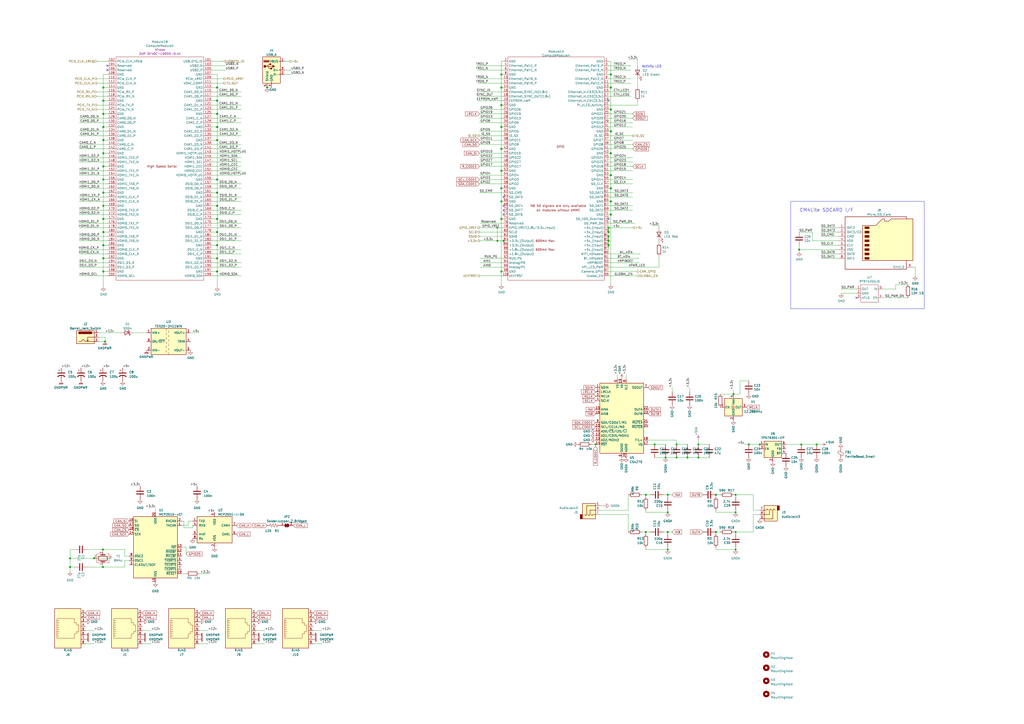
<source format=kicad_sch>
(kicad_sch (version 20230121) (generator eeschema)
  (paper "A2")
  (junction (at 290.83 60.96) (diameter 1.016))
  (junction (at 154.94 50.8))
  (junction (at 415.29 287.02))
  (junction (at 292.1 139.7) (diameter 1.016))
  (junction (at 354.33 63.5) (diameter 1.016))
  (junction (at 59.944 58.42) (diameter 1.016))
  (junction (at 387.35 287.02))
  (junction (at 59.944 127) (diameter 1.016))
  (junction (at 463.55 144.78))
  (junction (at 59.944 66.04) (diameter 1.016))
  (junction (at 59.944 119.38) (diameter 1.016))
  (junction (at 59.944 50.8) (diameter 1.016))
  (junction (at 125.984 58.42) (diameter 1.016))
  (junction (at 60.96 198.12))
  (junction (at 59.69 318.77))
  (junction (at 354.33 109.22) (diameter 1.016))
  (junction (at 353.06 132.08) (diameter 1.016))
  (junction (at 59.944 134.62) (diameter 1.016))
  (junction (at 426.72 318.77))
  (junction (at 290.83 99.06) (diameter 1.016))
  (junction (at 392.43 265.43))
  (junction (at 125.984 119.38) (diameter 1.016))
  (junction (at 387.35 308.61))
  (junction (at 125.984 73.66) (diameter 1.016))
  (junction (at 354.33 116.84) (diameter 1.016))
  (junction (at 59.944 96.52) (diameter 1.016))
  (junction (at 405.13 265.43))
  (junction (at 354.33 50.8) (diameter 1.016))
  (junction (at 426.72 287.02))
  (junction (at 398.78 265.43))
  (junction (at 125.984 149.86) (diameter 1.016))
  (junction (at 290.83 50.8) (diameter 1.016))
  (junction (at 464.82 257.81))
  (junction (at 440.69 257.81))
  (junction (at 125.984 111.76) (diameter 1.016))
  (junction (at 59.944 88.9) (diameter 1.016))
  (junction (at 59.944 104.14) (diameter 1.016))
  (junction (at 354.33 43.18) (diameter 1.016))
  (junction (at 434.34 257.81))
  (junction (at 290.83 116.84) (diameter 1.016))
  (junction (at 386.08 265.43))
  (junction (at 354.33 88.9) (diameter 1.016))
  (junction (at 374.65 308.61))
  (junction (at 125.984 50.8) (diameter 1.016))
  (junction (at 415.29 308.61))
  (junction (at 374.65 287.02))
  (junction (at 290.83 109.22) (diameter 1.016))
  (junction (at 125.984 142.24) (diameter 1.016))
  (junction (at 405.13 257.81))
  (junction (at 288.544 139.7))
  (junction (at 353.06 137.16) (diameter 1.016))
  (junction (at 473.71 257.81))
  (junction (at 345.44 257.81))
  (junction (at 125.984 81.28) (diameter 1.016))
  (junction (at 290.83 157.48) (diameter 1.016))
  (junction (at 59.944 111.76) (diameter 1.016))
  (junction (at 354.33 101.6) (diameter 1.016))
  (junction (at 425.45 228.6))
  (junction (at 40.64 323.85))
  (junction (at 290.83 127) (diameter 1.016))
  (junction (at 59.944 73.66) (diameter 1.016))
  (junction (at 392.43 257.81))
  (junction (at 354.33 124.46) (diameter 1.016))
  (junction (at 387.35 297.18))
  (junction (at 59.69 328.93))
  (junction (at 59.944 157.48) (diameter 1.016))
  (junction (at 379.73 257.81))
  (junction (at 59.944 142.24) (diameter 1.016))
  (junction (at 290.83 73.66) (diameter 1.016))
  (junction (at 125.984 104.14) (diameter 1.016))
  (junction (at 125.984 157.48) (diameter 1.016))
  (junction (at 290.83 43.18) (diameter 1.016))
  (junction (at 125.984 127) (diameter 1.016))
  (junction (at 426.72 308.61))
  (junction (at 288.544 132.08))
  (junction (at 290.83 86.36) (diameter 1.016))
  (junction (at 387.35 318.77))
  (junction (at 353.06 142.24) (diameter 1.016))
  (junction (at 426.72 297.18))
  (junction (at 59.944 149.86) (diameter 1.016))
  (junction (at 125.984 134.62) (diameter 1.016))
  (junction (at 125.984 66.04) (diameter 1.016))
  (junction (at 59.944 81.28) (diameter 1.016))
  (junction (at 353.06 139.7) (diameter 1.016))
  (junction (at 353.06 134.62) (diameter 1.016))
  (junction (at 354.33 76.2) (diameter 1.016))
  (junction (at 54.61 323.85))
  (junction (at 40.64 328.93))
  (no_connect (at 62.23 38.1))
  (no_connect (at 292.1 114.3))
  (no_connect (at 292.1 121.92))
  (no_connect (at 496.824 172.72))
  (no_connect (at 292.1 119.38))
  (no_connect (at 353.06 127))
  (no_connect (at 353.06 58.42))
  (no_connect (at 292.1 124.46))
  (no_connect (at 62.23 40.64))
  (wire (pts (xy 426.72 308.61) (xy 425.45 308.61)))
  (wire (pts (xy 367.03 111.76) (xy 353.06 111.76)))
  (wire (pts (xy 353.06 147.32) (xy 371.475 147.32)))
  (wire (pts (xy 105.41 302.26) (xy 106.68 302.26)))
  (wire (pts (xy 125.984 73.66) (xy 125.984 66.04)))
  (wire (pts (xy 434.34 257.81) (xy 440.69 257.81)))
  (wire (pts (xy 354.33 101.6) (xy 354.33 109.22)))
  (wire (pts (xy 278.13 132.08) (xy 288.544 132.08)))
  (wire (pts (xy 125.984 149.86) (xy 125.984 157.48)))
  (wire (pts (xy 123.19 48.26) (xy 129.794 48.26)))
  (wire (pts (xy 353.06 121.92) (xy 367.03 121.92)))
  (wire (pts (xy 59.944 43.18) (xy 59.944 50.8)))
  (wire (pts (xy 353.06 60.96) (xy 369.824 60.96)))
  (wire (pts (xy 109.22 304.8) (xy 109.22 302.26)))
  (wire (pts (xy 278.13 160.02) (xy 292.1 160.02)))
  (wire (pts (xy 59.944 58.42) (xy 62.23 58.42)))
  (wire (pts (xy 139.954 132.08) (xy 123.19 132.08)))
  (wire (pts (xy 123.19 160.02) (xy 139.954 160.02)))
  (wire (pts (xy 278.13 76.2) (xy 292.1 76.2)))
  (wire (pts (xy 72.39 318.77) (xy 59.69 318.77)))
  (wire (pts (xy 59.944 149.86) (xy 59.944 157.48)))
  (wire (pts (xy 278.13 81.28) (xy 292.1 81.28)))
  (wire (pts (xy 62.23 68.58) (xy 45.974 68.58)))
  (wire (pts (xy 111.76 306.07) (xy 111.76 304.8)))
  (wire (pts (xy 276.86 40.64) (xy 292.1 40.64)))
  (wire (pts (xy 110.49 193.04) (xy 115.57 193.04)))
  (wire (pts (xy 90.17 294.64) (xy 90.17 297.18)))
  (wire (pts (xy 123.19 114.3) (xy 139.954 114.3)))
  (wire (pts (xy 426.72 288.29) (xy 426.72 287.02)))
  (wire (pts (xy 62.23 129.54) (xy 45.974 129.54)))
  (wire (pts (xy 54.61 373.38) (xy 49.53 373.38)))
  (wire (pts (xy 56.134 45.72) (xy 62.23 45.72)))
  (wire (pts (xy 434.34 220.98) (xy 429.26 220.98)))
  (wire (pts (xy 353.06 142.24) (xy 353.06 144.78)))
  (wire (pts (xy 123.19 71.12) (xy 139.954 71.12)))
  (wire (pts (xy 476.25 134.62) (xy 486.41 134.62)))
  (wire (pts (xy 290.83 157.48) (xy 290.83 165.1)))
  (wire (pts (xy 353.06 134.62) (xy 353.06 137.16)))
  (wire (pts (xy 353.06 38.1) (xy 366.014 38.1)))
  (wire (pts (xy 62.23 144.78) (xy 45.974 144.78)))
  (wire (pts (xy 374.65 297.18) (xy 387.35 297.18)))
  (wire (pts (xy 347.98 298.45) (xy 364.49 298.45)))
  (wire (pts (xy 471.17 139.7) (xy 471.17 134.62)))
  (wire (pts (xy 139.954 129.54) (xy 123.19 129.54)))
  (wire (pts (xy 45.974 109.22) (xy 62.23 109.22)))
  (wire (pts (xy 392.43 255.27) (xy 392.43 257.81)))
  (wire (pts (xy 353.06 93.98) (xy 367.03 93.98)))
  (wire (pts (xy 354.33 116.84) (xy 354.33 124.46)))
  (wire (pts (xy 123.19 73.66) (xy 125.984 73.66)))
  (wire (pts (xy 353.06 132.08) (xy 353.06 134.62)))
  (wire (pts (xy 45.974 99.06) (xy 62.23 99.06)))
  (wire (pts (xy 375.92 257.81) (xy 379.73 257.81)))
  (wire (pts (xy 455.93 257.81) (xy 464.82 257.81)))
  (wire (pts (xy 426.72 309.88) (xy 426.72 308.61)))
  (wire (pts (xy 62.23 157.48) (xy 59.944 157.48)))
  (wire (pts (xy 278.13 134.62) (xy 292.1 134.62)))
  (wire (pts (xy 109.22 302.26) (xy 111.76 302.26)))
  (wire (pts (xy 476.25 149.86) (xy 486.41 149.86)))
  (wire (pts (xy 353.06 40.64) (xy 366.014 40.64)))
  (wire (pts (xy 290.83 86.36) (xy 290.83 99.06)))
  (wire (pts (xy 276.86 48.26) (xy 292.1 48.26)))
  (wire (pts (xy 59.944 81.28) (xy 59.944 88.9)))
  (wire (pts (xy 342.9 257.81) (xy 345.44 257.81)))
  (wire (pts (xy 72.39 325.12) (xy 72.39 328.93)))
  (wire (pts (xy 387.35 308.61) (xy 387.35 309.88)))
  (wire (pts (xy 369.824 45.72) (xy 369.824 50.8)))
  (wire (pts (xy 77.47 193.04) (xy 85.09 193.04)))
  (wire (pts (xy 353.06 81.28) (xy 367.03 81.28)))
  (wire (pts (xy 519.684 165.1) (xy 519.684 167.64)))
  (wire (pts (xy 40.64 318.77) (xy 43.18 318.77)))
  (wire (pts (xy 415.29 297.18) (xy 426.72 297.18)))
  (wire (pts (xy 353.06 73.66) (xy 367.03 73.66)))
  (wire (pts (xy 426.72 318.77) (xy 426.72 317.5)))
  (wire (pts (xy 123.19 76.2) (xy 139.954 76.2)))
  (wire (pts (xy 45.974 121.92) (xy 62.23 121.92)))
  (wire (pts (xy 417.83 228.6) (xy 425.45 228.6)))
  (wire (pts (xy 62.23 71.12) (xy 45.974 71.12)))
  (wire (pts (xy 139.954 137.16) (xy 123.19 137.16)))
  (wire (pts (xy 288.544 132.08) (xy 288.544 139.7)))
  (wire (pts (xy 123.19 104.14) (xy 125.984 104.14)))
  (wire (pts (xy 45.974 137.16) (xy 62.23 137.16)))
  (wire (pts (xy 290.83 86.36) (xy 292.1 86.36)))
  (wire (pts (xy 72.39 328.93) (xy 59.69 328.93)))
  (wire (pts (xy 56.134 60.96) (xy 62.23 60.96)))
  (wire (pts (xy 125.984 81.28) (xy 125.984 73.66)))
  (wire (pts (xy 278.384 154.94) (xy 292.1 154.94)))
  (wire (pts (xy 382.27 132.08) (xy 382.27 130.81)))
  (wire (pts (xy 353.06 152.4) (xy 370.84 152.4)))
  (wire (pts (xy 74.93 325.12) (xy 72.39 325.12)))
  (wire (pts (xy 290.83 50.8) (xy 290.83 60.96)))
  (wire (pts (xy 363.22 217.17) (xy 363.22 219.71)))
  (wire (pts (xy 123.19 157.48) (xy 125.984 157.48)))
  (wire (pts (xy 476.25 137.16) (xy 486.41 137.16)))
  (wire (pts (xy 123.19 149.86) (xy 125.984 149.86)))
  (wire (pts (xy 123.19 68.58) (xy 139.954 68.58)))
  (wire (pts (xy 59.944 96.52) (xy 59.944 104.14)))
  (wire (pts (xy 45.974 152.4) (xy 62.23 152.4)))
  (wire (pts (xy 415.29 297.18) (xy 415.29 295.91)))
  (wire (pts (xy 125.984 142.24) (xy 125.984 149.86)))
  (wire (pts (xy 87.63 373.38) (xy 82.55 373.38)))
  (wire (pts (xy 186.69 365.76) (xy 181.61 365.76)))
  (wire (pts (xy 353.06 68.58) (xy 367.03 68.58)))
  (wire (pts (xy 123.19 134.62) (xy 125.984 134.62)))
  (wire (pts (xy 62.23 78.74) (xy 45.974 78.74)))
  (wire (pts (xy 59.69 328.93) (xy 59.69 327.66)))
  (wire (pts (xy 123.19 99.06) (xy 139.954 99.06)))
  (wire (pts (xy 387.35 297.18) (xy 387.35 295.91)))
  (wire (pts (xy 417.83 308.61) (xy 415.29 308.61)))
  (wire (pts (xy 354.33 109.22) (xy 354.33 116.84)))
  (wire (pts (xy 62.23 55.88) (xy 56.134 55.88)))
  (wire (pts (xy 59.944 127) (xy 62.23 127)))
  (wire (pts (xy 530.86 160.02) (xy 530.86 154.94)))
  (wire (pts (xy 353.06 137.16) (xy 353.06 139.7)))
  (wire (pts (xy 59.944 88.9) (xy 62.23 88.9)))
  (wire (pts (xy 125.984 157.48) (xy 125.984 166.37)))
  (wire (pts (xy 353.06 86.36) (xy 367.03 86.36)))
  (wire (pts (xy 405.13 255.27) (xy 405.13 257.81)))
  (wire (pts (xy 123.19 81.28) (xy 125.984 81.28)))
  (wire (pts (xy 107.95 317.5) (xy 105.41 317.5)))
  (wire (pts (xy 59.944 73.66) (xy 59.944 81.28)))
  (wire (pts (xy 369.824 60.96) (xy 369.824 58.42)))
  (wire (pts (xy 125.984 104.14) (xy 125.984 111.76)))
  (wire (pts (xy 353.06 88.9) (xy 354.33 88.9)))
  (wire (pts (xy 425.45 226.06) (xy 425.45 228.6)))
  (wire (pts (xy 139.954 55.88) (xy 123.19 55.88)))
  (wire (pts (xy 59.944 111.76) (xy 59.944 119.38)))
  (wire (pts (xy 59.944 157.48) (xy 59.944 166.37)))
  (wire (pts (xy 463.55 144.78) (xy 463.55 146.05)))
  (wire (pts (xy 123.19 40.64) (xy 130.81 40.64)))
  (wire (pts (xy 123.19 45.72) (xy 129.794 45.72)))
  (wire (pts (xy 123.19 147.32) (xy 139.954 147.32)))
  (wire (pts (xy 87.63 365.76) (xy 82.55 365.76)))
  (wire (pts (xy 153.67 365.76) (xy 148.59 365.76)))
  (wire (pts (xy 139.954 109.22) (xy 123.19 109.22)))
  (wire (pts (xy 415.29 318.77) (xy 426.72 318.77)))
  (wire (pts (xy 139.954 63.5) (xy 123.19 63.5)))
  (wire (pts (xy 123.19 88.9) (xy 139.954 88.9)))
  (wire (pts (xy 139.954 86.36) (xy 123.19 86.36)))
  (wire (pts (xy 431.8 257.81) (xy 434.34 257.81)))
  (wire (pts (xy 369.824 38.1) (xy 369.824 34.29)))
  (wire (pts (xy 364.49 298.45) (xy 364.49 308.61)))
  (wire (pts (xy 276.86 45.72) (xy 292.1 45.72)))
  (wire (pts (xy 123.19 58.42) (xy 125.984 58.42)))
  (wire (pts (xy 382.27 139.7) (xy 382.27 140.97)))
  (wire (pts (xy 107.95 332.74) (xy 105.41 332.74)))
  (wire (pts (xy 59.944 119.38) (xy 62.23 119.38)))
  (wire (pts (xy 120.65 365.76) (xy 115.57 365.76)))
  (wire (pts (xy 292.1 35.56) (xy 290.83 35.56)))
  (wire (pts (xy 40.64 328.93) (xy 43.18 328.93)))
  (wire (pts (xy 125.984 111.76) (xy 125.984 119.38)))
  (wire (pts (xy 353.06 154.94) (xy 382.27 154.94)))
  (wire (pts (xy 429.26 220.98) (xy 429.26 228.6)))
  (wire (pts (xy 59.944 142.24) (xy 62.23 142.24)))
  (wire (pts (xy 123.19 152.4) (xy 139.954 152.4)))
  (wire (pts (xy 123.19 78.74) (xy 139.954 78.74)))
  (wire (pts (xy 278.384 152.4) (xy 292.1 152.4)))
  (wire (pts (xy 440.69 298.45) (xy 436.88 298.45)))
  (wire (pts (xy 382.27 148.59) (xy 382.27 154.94)))
  (wire (pts (xy 374.65 317.5) (xy 374.65 318.77)))
  (wire (pts (xy 106.68 306.07) (xy 111.76 306.07)))
  (wire (pts (xy 382.27 130.81) (xy 378.46 130.81)))
  (wire (pts (xy 62.23 116.84) (xy 45.974 116.84)))
  (wire (pts (xy 278.13 104.14) (xy 292.1 104.14)))
  (wire (pts (xy 123.19 111.76) (xy 125.984 111.76)))
  (wire (pts (xy 345.44 257.81) (xy 345.44 259.08)))
  (wire (pts (xy 353.06 116.84) (xy 354.33 116.84)))
  (wire (pts (xy 387.35 308.61) (xy 389.89 308.61)))
  (wire (pts (xy 278.13 93.98) (xy 292.1 93.98)))
  (wire (pts (xy 54.61 323.85) (xy 64.77 323.85)))
  (wire (pts (xy 276.86 58.42) (xy 292.1 58.42)))
  (wire (pts (xy 290.83 60.96) (xy 292.1 60.96)))
  (wire (pts (xy 167.64 35.56) (xy 165.1 35.56)))
  (wire (pts (xy 290.83 73.66) (xy 292.1 73.66)))
  (wire (pts (xy 353.06 132.08) (xy 367.03 132.08)))
  (wire (pts (xy 105.41 304.8) (xy 109.22 304.8)))
  (wire (pts (xy 387.35 287.02) (xy 389.89 287.02)))
  (wire (pts (xy 353.06 104.14) (xy 367.03 104.14)))
  (wire (pts (xy 45.974 83.82) (xy 62.23 83.82)))
  (wire (pts (xy 364.49 287.02) (xy 364.49 295.91)))
  (wire (pts (xy 139.954 53.34) (xy 123.19 53.34)))
  (wire (pts (xy 168.91 43.18) (xy 165.1 43.18)))
  (wire (pts (xy 353.06 35.56) (xy 354.33 35.56)))
  (wire (pts (xy 440.69 295.91) (xy 436.88 295.91)))
  (wire (pts (xy 139.954 106.68) (xy 123.19 106.68)))
  (wire (pts (xy 139.954 139.7) (xy 123.19 139.7)))
  (wire (pts (xy 123.19 91.44) (xy 139.954 91.44)))
  (wire (pts (xy 292.1 43.18) (xy 290.83 43.18)))
  (wire (pts (xy 278.13 101.6) (xy 292.1 101.6)))
  (wire (pts (xy 288.544 139.7) (xy 292.1 139.7)))
  (wire (pts (xy 45.974 86.36) (xy 62.23 86.36)))
  (wire (pts (xy 436.88 295.91) (xy 436.88 287.02)))
  (wire (pts (xy 125.984 119.38) (xy 125.984 127)))
  (wire (pts (xy 40.64 318.77) (xy 40.64 323.85)))
  (wire (pts (xy 354.33 88.9) (xy 354.33 101.6)))
  (wire (pts (xy 45.974 154.94) (xy 62.23 154.94)))
  (wire (pts (xy 278.13 139.7) (xy 288.544 139.7)))
  (wire (pts (xy 354.33 63.5) (xy 354.33 76.2)))
  (wire (pts (xy 50.8 318.77) (xy 59.69 318.77)))
  (wire (pts (xy 59.944 119.38) (xy 59.944 127)))
  (wire (pts (xy 354.33 124.46) (xy 354.33 165.1)))
  (wire (pts (xy 45.974 101.6) (xy 62.23 101.6)))
  (polyline (pts (xy 536.194 179.07) (xy 458.724 179.07)) (stroke (width 0) (type solid)))
  (wire (pts (xy 374.65 287.02) (xy 374.65 288.29)))
  (wire (pts (xy 123.19 50.8) (xy 125.984 50.8)))
  (wire (pts (xy 56.134 63.5) (xy 62.23 63.5)))
  (wire (pts (xy 354.33 43.18) (xy 354.33 50.8)))
  (wire (pts (xy 278.13 137.16) (xy 292.1 137.16)))
  (wire (pts (xy 476.25 147.32) (xy 486.41 147.32)))
  (wire (pts (xy 405.13 265.43) (xy 411.48 265.43)))
  (wire (pts (xy 476.25 132.08) (xy 486.41 132.08)))
  (wire (pts (xy 353.06 43.18) (xy 354.33 43.18)))
  (wire (pts (xy 353.06 45.72) (xy 366.014 45.72)))
  (wire (pts (xy 123.19 93.98) (xy 139.954 93.98)))
  (wire (pts (xy 384.81 308.61) (xy 387.35 308.61)))
  (wire (pts (xy 45.974 93.98) (xy 62.23 93.98)))
  (wire (pts (xy 54.61 365.76) (xy 49.53 365.76)))
  (wire (pts (xy 379.73 265.43) (xy 386.08 265.43)))
  (wire (pts (xy 123.19 121.92) (xy 139.954 121.92)))
  (wire (pts (xy 59.944 134.62) (xy 59.944 142.24)))
  (wire (pts (xy 154.94 50.8) (xy 157.48 50.8)))
  (wire (pts (xy 353.06 63.5) (xy 354.33 63.5)))
  (wire (pts (xy 59.944 66.04) (xy 62.23 66.04)))
  (wire (pts (xy 374.65 295.91) (xy 374.65 297.18)))
  (wire (pts (xy 59.944 134.62) (xy 62.23 134.62)))
  (wire (pts (xy 353.06 101.6) (xy 354.33 101.6)))
  (wire (pts (xy 106.68 302.26) (xy 106.68 306.07)))
  (wire (pts (xy 415.29 309.88) (xy 415.29 308.61)))
  (wire (pts (xy 367.03 119.38) (xy 353.06 119.38)))
  (wire (pts (xy 379.73 257.81) (xy 386.08 257.81)))
  (wire (pts (xy 276.86 38.1) (xy 292.1 38.1)))
  (wire (pts (xy 372.11 287.02) (xy 374.65 287.02)))
  (wire (pts (xy 290.83 60.96) (xy 290.83 73.66)))
  (wire (pts (xy 168.91 40.64) (xy 165.1 40.64)))
  (wire (pts (xy 374.65 318.77) (xy 387.35 318.77)))
  (wire (pts (xy 353.06 109.22) (xy 354.33 109.22)))
  (wire (pts (xy 496.824 167.64) (xy 487.934 167.64)))
  (wire (pts (xy 59.944 88.9) (xy 59.944 96.52)))
  (wire (pts (xy 278.384 149.86) (xy 292.1 149.86)))
  (wire (pts (xy 354.33 50.8) (xy 354.33 63.5)))
  (wire (pts (xy 278.13 63.5) (xy 292.1 63.5)))
  (wire (pts (xy 292.1 50.8) (xy 290.83 50.8)))
  (wire (pts (xy 62.23 53.34) (xy 56.134 53.34)))
  (wire (pts (xy 278.13 66.04) (xy 292.1 66.04)))
  (wire (pts (xy 125.984 43.18) (xy 123.19 43.18)))
  (wire (pts (xy 387.35 318.77) (xy 387.35 317.5)))
  (wire (pts (xy 526.669 165.1) (xy 519.684 165.1)))
  (wire (pts (xy 367.03 106.68) (xy 353.06 106.68)))
  (wire (pts (xy 290.83 73.66) (xy 290.83 86.36)))
  (wire (pts (xy 353.06 157.48) (xy 369.57 157.48)))
  (wire (pts (xy 436.88 308.61) (xy 426.72 308.61)))
  (wire (pts (xy 123.19 38.1) (xy 130.81 38.1)))
  (wire (pts (xy 436.88 287.02) (xy 426.72 287.02)))
  (wire (pts (xy 50.8 328.93) (xy 59.69 328.93)))
  (wire (pts (xy 530.86 154.94) (xy 529.59 154.94)))
  (wire (pts (xy 290.83 127) (xy 292.1 127)))
  (wire (pts (xy 45.974 139.7) (xy 62.23 139.7)))
  (wire (pts (xy 120.65 373.38) (xy 115.57 373.38)))
  (wire (pts (xy 45.974 106.68) (xy 62.23 106.68)))
  (wire (pts (xy 125.984 58.42) (xy 125.984 50.8)))
  (wire (pts (xy 353.06 48.26) (xy 366.014 48.26)))
  (wire (pts (xy 353.06 66.04) (xy 367.03 66.04)))
  (wire (pts (xy 473.71 257.81) (xy 476.25 257.81)))
  (wire (pts (xy 464.82 257.81) (xy 473.71 257.81)))
  (wire (pts (xy 290.83 35.56) (xy 290.83 43.18)))
  (wire (pts (xy 384.81 287.02) (xy 387.35 287.02)))
  (wire (pts (xy 139.954 83.82) (xy 123.19 83.82)))
  (wire (pts (xy 354.33 76.2) (xy 354.33 88.9)))
  (wire (pts (xy 123.19 101.6) (xy 139.954 101.6)))
  (wire (pts (xy 59.944 50.8) (xy 62.23 50.8)))
  (wire (pts (xy 377.19 287.02) (xy 374.65 287.02)))
  (wire (pts (xy 45.974 124.46) (xy 62.23 124.46)))
  (wire (pts (xy 62.23 76.2) (xy 45.974 76.2)))
  (wire (pts (xy 353.06 129.54) (xy 368.3 129.54)))
  (wire (pts (xy 56.134 35.56) (xy 62.23 35.56)))
  (wire (pts (xy 353.06 160.02) (xy 369.57 160.02)))
  (wire (pts (xy 353.06 55.88) (xy 366.014 55.88)))
  (wire (pts (xy 290.83 43.18) (xy 290.83 50.8)))
  (wire (pts (xy 512.064 172.72) (xy 526.669 172.72)))
  (wire (pts (xy 59.944 66.04) (xy 59.944 73.66)))
  (wire (pts (xy 392.43 257.81) (xy 398.78 257.81)))
  (wire (pts (xy 278.13 91.44) (xy 292.1 91.44)))
  (wire (pts (xy 290.83 109.22) (xy 290.83 116.84)))
  (wire (pts (xy 512.064 167.64) (xy 519.684 167.64)))
  (wire (pts (xy 415.29 288.29) (xy 415.29 287.02)))
  (wire (pts (xy 72.39 322.58) (xy 72.39 318.77)))
  (wire (pts (xy 426.72 297.18) (xy 426.72 295.91)))
  (wire (pts (xy 125.984 127) (xy 125.984 134.62)))
  (wire (pts (xy 290.83 99.06) (xy 292.1 99.06)))
  (wire (pts (xy 405.13 257.81) (xy 411.48 257.81)))
  (wire (pts (xy 74.93 322.58) (xy 72.39 322.58)))
  (wire (pts (xy 123.19 127) (xy 125.984 127)))
  (wire (pts (xy 463.55 134.62) (xy 471.17 134.62)))
  (wire (pts (xy 59.944 73.66) (xy 62.23 73.66)))
  (polyline (pts (xy 458.724 179.07) (xy 458.724 116.84)) (stroke (width 0) (type solid)))
  (wire (pts (xy 476.25 142.24) (xy 486.41 142.24)))
  (wire (pts (xy 123.19 66.04) (xy 125.984 66.04)))
  (wire (pts (xy 415.29 318.77) (xy 415.29 317.5)))
  (wire (pts (xy 353.06 50.8) (xy 354.33 50.8)))
  (wire (pts (xy 353.06 91.44) (xy 367.03 91.44)))
  (wire (pts (xy 153.67 373.38) (xy 148.59 373.38)))
  (wire (pts (xy 353.06 124.46) (xy 354.33 124.46)))
  (wire (pts (xy 60.96 195.58) (xy 57.15 195.58)))
  (wire (pts (xy 59.944 127) (xy 59.944 134.62)))
  (wire (pts (xy 59.944 81.28) (xy 62.23 81.28)))
  (wire (pts (xy 40.64 323.85) (xy 40.64 328.93)))
  (wire (pts (xy 375.92 255.27) (xy 392.43 255.27)))
  (polyline (pts (xy 458.724 116.84) (xy 536.194 116.84)) (stroke (width 0) (type solid)))
  (wire (pts (xy 129.794 35.56) (xy 123.19 35.56)))
  (wire (pts (xy 125.984 81.28) (xy 125.984 104.14)))
  (wire (pts (xy 429.26 228.6) (xy 425.45 228.6)))
  (wire (pts (xy 40.64 328.93) (xy 40.64 331.47)))
  (wire (pts (xy 56.134 48.26) (xy 62.23 48.26)))
  (wire (pts (xy 426.72 287.02) (xy 425.45 287.02)))
  (wire (pts (xy 392.43 265.43) (xy 398.78 265.43)))
  (wire (pts (xy 59.69 318.77) (xy 59.69 320.04)))
  (wire (pts (xy 350.52 293.37) (xy 347.98 293.37)))
  (wire (pts (xy 358.14 217.17) (xy 358.14 219.71)))
  (wire (pts (xy 377.19 308.61) (xy 374.65 308.61)))
  (wire (pts (xy 278.13 71.12) (xy 292.1 71.12)))
  (wire (pts (xy 139.954 60.96) (xy 123.19 60.96)))
  (wire (pts (xy 278.5872 129.54) (xy 292.1 129.54)))
  (wire (pts (xy 354.33 35.56) (xy 354.33 43.18)))
  (wire (pts (xy 278.13 96.52) (xy 292.1 96.52)))
  (wire (pts (xy 45.974 160.02) (xy 62.23 160.02)))
  (wire (pts (xy 40.64 323.85) (xy 54.61 323.85)))
  (wire (pts (xy 59.944 142.24) (xy 59.944 149.86)))
  (wire (pts (xy 290.83 99.06) (xy 290.83 109.22)))
  (wire (pts (xy 123.19 96.52) (xy 139.954 96.52)))
  (wire (pts (xy 290.83 109.22) (xy 292.1 109.22)))
  (wire (pts (xy 59.944 96.52) (xy 62.23 96.52)))
  (wire (pts (xy 59.944 104.14) (xy 62.23 104.14)))
  (wire (pts (xy 123.19 119.38) (xy 125.984 119.38)))
  (wire (pts (xy 123.19 124.46) (xy 139.954 124.46)))
  (wire (pts (xy 59.944 58.42) (xy 59.944 66.04)))
  (wire (pts (xy 353.06 96.52) (xy 367.03 96.52)))
  (wire (pts (xy 386.08 265.43) (xy 392.43 265.43)))
  (wire (pts (xy 463.55 144.78) (xy 486.41 144.78)))
  (wire (pts (xy 353.06 76.2) (xy 354.33 76.2)))
  (wire (pts (xy 278.13 106.68) (xy 292.1 106.68)))
  (wire (pts (xy 57.15 193.04) (xy 69.85 193.04)))
  (wire (pts (xy 292.1 142.24) (xy 292.1 139.7)))
  (wire (pts (xy 288.544 132.08) (xy 292.1 132.08)))
  (wire (pts (xy 387.35 287.02) (xy 387.35 288.29)))
  (wire (pts (xy 121.92 332.74) (xy 115.57 332.74)))
  (polyline (pts (xy 536.194 116.84) (xy 536.194 179.07)) (stroke (width 0) (type solid)))
  (wire (pts (xy 276.86 53.34) (xy 292.1 53.34)))
  (wire (pts (xy 353.06 78.74) (xy 367.03 78.74)))
  (wire (pts (xy 123.19 142.24) (xy 125.984 142.24)))
  (wire (pts (xy 62.23 149.86) (xy 59.944 149.86)))
  (wire (pts (xy 398.78 265.43) (xy 405.13 265.43)))
  (wire (pts (xy 125.984 66.04) (xy 125.984 58.42)))
  (wire (pts (xy 278.13 68.58) (xy 292.1 68.58)))
  (wire (pts (xy 417.83 287.02) (xy 415.29 287.02)))
  (wire (pts (xy 440.69 257.81) (xy 440.69 260.35)))
  (wire (pts (xy 59.944 111.76) (xy 62.23 111.76)))
  (wire (pts (xy 353.06 53.34) (xy 366.014 53.34)))
  (wire (pts (xy 353.06 99.06) (xy 367.03 99.06)))
  (wire (pts (xy 62.23 114.3) (xy 45.974 114.3)))
  (wire (pts (xy 60.96 198.12) (xy 57.15 198.12)))
  (wire (pts (xy 123.19 144.78) (xy 139.954 144.78)))
  (wire (pts (xy 292.1 157.48) (xy 290.83 157.48)))
  (wire (pts (xy 364.744 34.29) (xy 369.824 34.29)))
  (wire (pts (xy 278.13 78.74) (xy 292.1 78.74)))
  (wire (pts (xy 278.13 88.9) (xy 292.1 88.9)))
  (wire (pts (xy 290.83 127) (xy 290.83 157.48)))
  (wire (pts (xy 347.98 295.91) (xy 364.49 295.91)))
  (wire (pts (xy 59.944 104.14) (xy 59.944 111.76)))
  (wire (pts (xy 463.55 142.24) (xy 463.55 144.78)))
  (wire (pts (xy 400.05 224.79) (xy 400.05 227.33)))
  (wire (pts (xy 353.06 139.7) (xy 353.06 142.24)))
  (wire (pts (xy 62.23 43.18) (xy 59.944 43.18)))
  (wire (pts (xy 353.06 114.3) (xy 367.03 114.3)))
  (wire (pts (xy 278.13 111.76) (xy 292.1 111.76)))
  (wire (pts (xy 123.19 154.94) (xy 139.954 154.94)))
  (wire (pts (xy 471.17 139.7) (xy 486.41 139.7)))
  (wire (pts (xy 372.11 308.61) (xy 374.65 308.61)))
  (wire (pts (xy 353.06 71.12) (xy 367.03 71.12)))
  (wire (pts (xy 389.89 224.79) (xy 389.89 227.33)))
  (wire (pts (xy 59.944 50.8) (xy 59.944 58.42)))
  (wire (pts (xy 276.86 55.88) (xy 292.1 55.88)))
  (wire (pts (xy 353.06 83.82) (xy 367.03 83.82)))
  (wire (pts (xy 374.65 308.61) (xy 374.65 309.88)))
  (wire (pts (xy 186.69 373.38) (xy 181.61 373.38)))
  (wire (pts (xy 125.984 134.62) (xy 125.984 142.24)))
  (wire (pts (xy 123.19 116.84) (xy 139.954 116.84)))
  (wire (pts (xy 436.88 298.45) (xy 436.88 308.61)))
  (wire (pts (xy 290.83 116.84) (xy 290.83 127)))
  (wire (pts (xy 45.974 91.44) (xy 62.23 91.44)))
  (wire (pts (xy 62.23 132.08) (xy 45.974 132.08)))
  (wire (pts (xy 290.83 116.84) (xy 292.1 116.84)))
  (wire (pts (xy 278.13 83.82) (xy 292.1 83.82)))
  (wire (pts (xy 107.95 321.31) (xy 107.95 317.5)))
  (wire (pts (xy 125.984 50.8) (xy 125.984 43.18)))
  (wire (pts (xy 353.06 149.86) (xy 370.84 149.86)))
  (wire (pts (xy 60.96 195.58) (xy 60.96 198.12)))
  (wire (pts (xy 62.23 147.32) (xy 45.974 147.32)))
  (wire (pts (xy 496.824 170.18) (xy 487.934 170.18)))
  (text "CM4Lite SDCARD I/F" (at 463.804 123.19 0) (effects (font (size 2.007 2.007)) (justify left bottom)))
  (text "Activity LED" (at 372.364 39.37 0) (effects (font (size 1.27 1.27)) (justify left bottom)))
  (label "USBD_N" (at 130.81 38.1 0))
  (label "DSI0_D1_N" (at 127.254 114.3 0))
  (label "DSI1_D3_P" (at 45.974 154.94 0))
  (label "SD_PWR_ON" (at 513.334 172.72 0))
  (label "GPIO27" (at 285.75 93.98 180))
  (label "TRD3_N" (at 355.854 40.64 0))
  (label "SD_CMD" (at 285.75 111.76 180))
  (label "HDMI1_D1_N" (at 45.974 101.6 0))
  (label "HDMI1_D0_N" (at 45.974 109.22 0))
  (label "USBD_P" (at 168.91 40.64 0))
  (label "SD_DAT2" (at 476.25 132.08 0))
  (label "SD_PWR" (at 487.934 167.64 0))
  (label "+12v" (at 46.99 213.36 0))
  (label "+5v" (at 124.46 297.18 180))
  (label "HDMI1_D2_P" (at 45.974 91.44 0))
  (label "CAM0_D0_P" (at 57.404 71.12 180))
  (label "+12v" (at 35.56 213.36 0))
  (label "HDMI0_CEC" (at 127.254 99.06 0))
  (label "TRD1_N" (at 283.21 40.64 180))
  (label "CAM0_D1_N" (at 57.404 76.2 180))
  (label "GPIO25" (at 363.22 86.36 180))
  (label "CAM0_C_N" (at 45.974 83.82 0))
  (label "WL_nDis" (at 367.03 147.32 180))
  (label "DSI0_D0_P" (at 137.414 109.22 180))
  (label "CAM1_D1_P" (at 138.049 63.5 180))
  (label "TRD0_P" (at 283.21 48.26 180))
  (label "GPIO23" (at 363.22 93.98 180))
  (label "GPIO26" (at 285.75 63.5 180))
  (label "+5v" (at 115.57 193.04 180))
  (label "SYNC_OUT" (at 286.004 55.88 180))
  (label "CAM1_D2_P" (at 127.254 78.74 0))
  (label "GPIO17" (at 285.75 96.52 180))
  (label "USBD_P" (at 130.81 40.64 0))
  (label "DSI1_D3_N" (at 45.974 152.4 0))
  (label "SD_DAT3" (at 476.25 134.62 0))
  (label "SD_DAT0" (at 364.49 114.3 180))
  (label "HDMI0_D0_N" (at 45.974 139.7 0))
  (label "CAM0_C_P" (at 45.974 86.36 0))
  (label "SD_CLK" (at 363.22 106.68 180))
  (label "DSI1_C_N" (at 127.254 144.78 0))
  (label "AIN1" (at 284.734 152.4 180))
  (label "CAM1_D0_P" (at 138.049 55.88 180))
  (label "HDMI0_HOTPLUG" (at 127.254 101.6 0))
  (label "GPIO9" (at 284.48 83.82 180))
  (label "+5v" (at 431.8 257.81 180))
  (label "HDMI1_D1_P" (at 45.974 99.06 0))
  (label "SD_DAT1" (at 476.25 149.86 0))
  (label "HDMI1_SCL" (at 127.254 93.98 0))
  (label "DSI1_C_P" (at 127.254 147.32 0))
  (label "HDMI0_CK_N" (at 57.404 147.32 180))
  (label "GPIO12" (at 363.22 73.66 180))
  (label "DSI1_D2_P" (at 127.254 154.94 0))
  (label "GPIO21" (at 363.22 66.04 180))
  (label "CAM1_C_N" (at 127.254 68.58 0))
  (label "GPIO19" (at 285.75 66.04 180))
  (label "CAM1_D2_N" (at 127.254 76.2 0))
  (label "+3.3v" (at 363.22 217.17 90))
  (label "GPIO_VREF" (at 279.654 132.08 0))
  (label "EEPROM_nWP" (at 289.052 58.42 180))
  (label "TRD0_N" (at 283.21 45.72 180))
  (label "GPIO3" (at 284.48 104.14 180))
  (label "HDMI0_D1_P" (at 57.404 129.54 180))
  (label "+3.3v" (at 425.45 226.06 90))
  (label "+3.3v" (at 382.27 130.81 180))
  (label "+3.3v" (at 286.004 139.7 180))
  (label "DSI0_C_N" (at 127.254 121.92 0))
  (label "+12v" (at 54.61 373.38 0))
  (label "GPIO24" (at 363.22 91.44 180))
  (label "ID_SD" (at 284.48 78.74 180))
  (label "GPIO11" (at 285.75 81.28 180))
  (label "SD_DAT2" (at 364.49 121.92 180))
  (label "ID_SC" (at 361.95 78.74 180))
  (label "TRD2_N" (at 355.854 45.72 0))
  (label "DSI1_D1_P" (at 137.414 139.7 180))
  (label "DSI0_D1_P" (at 127.254 116.84 0))
  (label "+12v" (at 120.65 365.76 0))
  (label "SD_CLK" (at 476.25 142.24 0))
  (label "GPIO14" (at 363.22 104.14 180))
  (label "TRD2_P" (at 355.854 48.26 0))
  (label "HDMI0_D0_P" (at 45.974 137.16 0))
  (label "+3.3v" (at 526.669 165.1 180))
  (label "DSI1_D0_P" (at 137.414 132.08 180))
  (label "SD_PWR" (at 463.55 134.62 0))
  (label "GLOBAL_EN" (at 367.03 160.02 180))
  (label "+12v" (at 186.69 373.38 0))
  (label "HDMI0_CK_P" (at 57.404 144.78 180))
  (label "CAM1_D3_P" (at 138.049 86.36 180))
  (label "nRPIBOOT" (at 367.4872 152.4 180))
  (label "GPIO4" (at 284.48 101.6 180))
  (label "GPIO15" (at 363.22 99.06 180))
  (label "GPIO20" (at 363.22 68.58 180))
  (label "+3.3v" (at 358.14 217.17 90))
  (label "HDMI0_D1_N" (at 57.404 132.08 180))
  (label "HDMI1_CK_N" (at 58.039 116.84 180))
  (label "+3.3v" (at 389.89 224.79 90))
  (label "GPIO6" (at 284.48 71.12 180))
  (label "DSI1_D1_N" (at 137.414 137.16 180))
  (label "HDMI0_D2_P" (at 45.974 121.92 0))
  (label "BT_nDis" (at 365.6076 149.86 180))
  (label "USBD_N" (at 168.91 43.18 0))
  (label "SD_DAT0" (at 476.25 147.32 0))
  (label "+12v" (at 120.65 373.38 0))
  (label "+12v" (at 153.67 365.76 0))
  (label "GPIO10" (at 285.75 88.9 180))
  (label "GPIO18" (at 363.22 96.52 180))
  (label "GPIO2" (at 284.48 106.68 180))
  (label "CAM1_D3_N" (at 138.049 83.82 180))
  (label "HDMI1_SDA" (at 127.254 91.44 0))
  (label "HDMI1_HOTPLUG" (at 127.254 88.9 0))
  (label "ETH_LEDG" (at 355.854 55.88 0))
  (label "GPIO7" (at 361.95 81.28 180))
  (label "+5v" (at 359.41 132.08 180))
  (label "CAM1_D1_N" (at 138.049 60.96 180))
  (label "+3.3v" (at 121.92 332.74 180))
  (label "+3.3v" (at 81.28 281.94 180))
  (label "HDMI1_CEC" (at 127.254 96.52 0))
  (label "Reserved" (at 287.655 129.54 180))
  (label "CAM1_D0_N" (at 138.049 53.34 180))
  (label "+12v" (at 153.67 373.38 0))
  (label "TRD1_P" (at 283.21 38.1 180))
  (label "SD_CMD" (at 476.25 137.16 0))
  (label "+12v" (at 186.69 365.76 0))
  (label "+5v" (at 59.69 213.36 0))
  (label "AIN0" (at 284.734 154.94 180))
  (label "HDMI1_D2_N" (at 45.974 93.98 0))
  (label "SD_DAT1" (at 364.49 119.38 180))
  (label "CAM1_C_P" (at 127.254 71.12 0))
  (label "GPIO8" (at 361.95 83.82 180))
  (label "SD_PWR_ON" (at 355.6 129.54 0))
  (label "nPWR_LED" (at 364.49 154.94 0))
  (label "HDMI0_D2_N" (at 45.974 124.46 0))
  (label "GPIO5" (at 284.48 76.2 180))
  (label "ETH_LEDY" (at 355.854 53.34 0))
  (label "TRD3_P" (at 355.854 38.1 0))
  (label "HDMI0_SCL" (at 45.974 160.02 0))
  (label "HDMI0_SDA" (at 127.254 160.02 0))
  (label "SD_DAT3" (at 364.49 111.76 180))
  (label "+5v" (at 114.3 281.94 180))
  (label "RUN_PG" (at 288.544 149.86 180))
  (label "GPIO22" (at 285.75 91.44 180))
  (label "CAM0_D0_N" (at 57.404 68.58 180))
  (label "DSI1_D2_N" (at 127.254 152.4 0))
  (label "+12v" (at 54.61 365.76 0))
  (label "GPIO16" (at 363.22 71.12 180))
  (label "+3.3v" (at 400.05 224.79 90))
  (label "DSI0_C_P" (at 127.254 124.46 0))
  (label "DSI1_D0_N" (at 137.414 129.54 180))
  (label "GPIO13" (at 285.75 68.58 180))
  (label "+12v" (at 87.63 373.38 0))
  (label "+3.3v" (at 369.824 34.29 180))
  (label "SYNC_IN" (at 284.48 53.34 180))
  (label "HDMI1_CK_P" (at 58.039 114.3 180))
  (label "HDMI1_D0_P" (at 45.974 106.68 0))
  (label "+12v" (at 60.96 193.04 0))
  (label "+12v" (at 87.63 365.76 0))
  (label "DSI0_D0_N" (at 137.414 106.68 180))
  (label "+5v" (at 71.12 213.36 0))
  (label "CAM0_D1_P" (at 57.404 78.74 180))
  (label "+3.3v" (at 90.17 294.64 180))
  (global_label "OUTB" (shape input) (at 375.92 240.03 0) (property "Intersheetrefs" "${INTERSHEET_REFS}" (effects hide)))
  (global_label "LRCLK" (shape input) (at 278.13 66.04 180) (property "Intersheetrefs" "${INTERSHEET_REFS}" (effects hide)))
  (global_label "CAN_SCK" (shape input) (at 74.93 309.88 180) (property "Intersheetrefs" "${INTERSHEET_REFS}" (effects hide)))
  (global_label "INA" (shape input) (at 389.89 287.02 0) (property "Intersheetrefs" "${INTERSHEET_REFS}" (effects hide)))
  (global_label "CAN_L" (shape input) (at 181.61 358.14 0) (property "Intersheetrefs" "${INTERSHEET_REFS}" (effects hide)))
  (global_label "LRCLK" (shape input) (at 345.44 227.33 180) (property "Intersheetrefs" "${INTERSHEET_REFS}" (effects hide)))
  (global_label "SCL_CODEC" (shape input) (at 278.13 104.14 180) (property "Intersheetrefs" "${INTERSHEET_REFS}" (effects hide)))
  (global_label "SCL_CODEC" (shape input) (at 345.44 247.65 180) (property "Intersheetrefs" "${INTERSHEET_REFS}" (effects hide)))
  (global_label "CAN_H" (shape input) (at 137.16 304.8 0) (property "Intersheetrefs" "${INTERSHEET_REFS}" (effects hide)))
  (global_label "INA" (shape input) (at 345.44 237.49 180) (property "Intersheetrefs" "${INTERSHEET_REFS}" (effects hide)))
  (global_label "MCLK" (shape input) (at 433.07 236.22 0) (property "Intersheetrefs" "${INTERSHEET_REFS}" (effects hide)))
  (global_label "CAN_H" (shape input) (at 154.94 304.8 180) (property "Intersheetrefs" "${INTERSHEET_REFS}" (effects hide)))
  (global_label "CAN_SI" (shape input) (at 278.13 88.9 180) (property "Intersheetrefs" "${INTERSHEET_REFS}" (effects hide)))
  (global_label "SCLK" (shape input) (at 345.44 232.41 180) (property "Intersheetrefs" "${INTERSHEET_REFS}" (effects hide)))
  (global_label "CAN_H" (shape input) (at 181.61 355.6 0) (property "Intersheetrefs" "${INTERSHEET_REFS}" (effects hide)))
  (global_label "OUTA" (shape input) (at 375.92 237.49 0) (property "Intersheetrefs" "${INTERSHEET_REFS}" (effects hide)))
  (global_label "CAN_CS" (shape input) (at 367.03 83.82 0) (property "Intersheetrefs" "${INTERSHEET_REFS}" (effects hide)))
  (global_label "SDOUT" (shape input) (at 367.03 68.58 0) (property "Intersheetrefs" "${INTERSHEET_REFS}" (effects hide)))
  (global_label "OUTB" (shape input) (at 407.67 287.02 180) (property "Intersheetrefs" "${INTERSHEET_REFS}" (effects hide)))
  (global_label "CAN_H" (shape input) (at 148.59 355.6 0) (property "Intersheetrefs" "${INTERSHEET_REFS}" (effects hide)))
  (global_label "CAN_L" (shape input) (at 82.55 358.14 0) (property "Intersheetrefs" "${INTERSHEET_REFS}" (effects hide)))
  (global_label "CAN_SI" (shape input) (at 74.93 302.26 180) (property "Intersheetrefs" "${INTERSHEET_REFS}" (effects hide)))
  (global_label "CAN_H" (shape input) (at 82.55 355.6 0) (property "Intersheetrefs" "${INTERSHEET_REFS}" (effects hide)))
  (global_label "SDIN" (shape input) (at 345.44 224.79 180) (property "Intersheetrefs" "${INTERSHEET_REFS}" (effects hide)))
  (global_label "SCLK" (shape input) (at 367.03 96.52 0) (property "Intersheetrefs" "${INTERSHEET_REFS}" (effects hide)))
  (global_label "SDA_CODEC" (shape input) (at 345.44 245.11 180) (property "Intersheetrefs" "${INTERSHEET_REFS}" (effects hide)))
  (global_label "CAN_CS" (shape input) (at 74.93 307.34 180) (property "Intersheetrefs" "${INTERSHEET_REFS}" (effects hide)))
  (global_label "CAN_L" (shape input) (at 49.53 358.14 0) (property "Intersheetrefs" "${INTERSHEET_REFS}" (effects hide)))
  (global_label "CAN_SO" (shape input) (at 74.93 304.8 180) (property "Intersheetrefs" "${INTERSHEET_REFS}" (effects hide)))
  (global_label "INB" (shape input) (at 345.44 240.03 180) (property "Intersheetrefs" "${INTERSHEET_REFS}" (effects hide)))
  (global_label "SDA_CODEC" (shape input) (at 278.13 106.68 180) (property "Intersheetrefs" "${INTERSHEET_REFS}" (effects hide)))
  (global_label "CAN_H" (shape input) (at 115.57 355.6 0) (property "Intersheetrefs" "${INTERSHEET_REFS}" (effects hide)))
  (global_label "SDIN" (shape input) (at 367.03 66.04 0) (property "Intersheetrefs" "${INTERSHEET_REFS}" (effects hide)))
  (global_label "R_CODEC" (shape input) (at 345.44 259.08 270) (property "Intersheetrefs" "${INTERSHEET_REFS}" (effects hide)))
  (global_label "CAN_SO" (shape input) (at 278.13 83.82 180) (property "Intersheetrefs" "${INTERSHEET_REFS}" (effects hide)))
  (global_label "OUTA" (shape input) (at 407.67 308.61 180) (property "Intersheetrefs" "${INTERSHEET_REFS}" (effects hide)))
  (global_label "CAN_L" (shape input) (at 170.18 304.8 0) (property "Intersheetrefs" "${INTERSHEET_REFS}" (effects hide)))
  (global_label "R_CODEC" (shape input) (at 278.13 96.52 180) (property "Intersheetrefs" "${INTERSHEET_REFS}" (effects hide)))
  (global_label "CAN_SCK" (shape input) (at 278.13 81.28 180) (property "Intersheetrefs" "${INTERSHEET_REFS}" (effects hide)))
  (global_label "CAN_L" (shape input) (at 137.16 309.88 0) (property "Intersheetrefs" "${INTERSHEET_REFS}" (effects hide)))
  (global_label "CAN_L" (shape input) (at 148.59 358.14 0) (property "Intersheetrefs" "${INTERSHEET_REFS}" (effects hide)))
  (global_label "CAN_H" (shape input) (at 49.53 355.6 0) (property "Intersheetrefs" "${INTERSHEET_REFS}" (effects hide)))
  (global_label "CAN_L" (shape input) (at 115.57 358.14 0) (property "Intersheetrefs" "${INTERSHEET_REFS}" (effects hide)))
  (global_label "GPIO25" (shape input) (at 367.03 86.36 0) (property "Intersheetrefs" "${INTERSHEET_REFS}" (effects hide)))
  (global_label "MCLK" (shape input) (at 345.44 229.87 180) (property "Intersheetrefs" "${INTERSHEET_REFS}" (effects hide)))
  (global_label "GPIO25" (shape input) (at 107.95 321.31 0) (property "Intersheetrefs" "${INTERSHEET_REFS}" (effects hide)))
  (global_label "INB" (shape input) (at 389.89 308.61 0) (property "Intersheetrefs" "${INTERSHEET_REFS}" (effects hide)))
  (global_label "SDOUT" (shape input) (at 375.92 224.79 0) (property "Intersheetrefs" "${INTERSHEET_REFS}" (effects hide)))
  (hierarchical_label "SCL0" (shape output) (at 278.13 134.62 180))
  (hierarchical_label "PCIE_CLK_nREQ" (shape input) (at 56.134 35.56 180))
  (hierarchical_label "ID_SC" (shape output) (at 367.03 78.74 0))
  (hierarchical_label "PCIE_nRST" (shape output) (at 129.794 45.72 0))
  (hierarchical_label "CAM_GPIO" (shape output) (at 369.57 157.48 0))
  (hierarchical_label "GLOBAL_EN" (shape input) (at 369.57 160.02 0))
  (hierarchical_label "PCIE_TX_N" (shape output) (at 56.134 63.5 180))
  (hierarchical_label "+5v" (shape input) (at 167.64 35.56 0))
  (hierarchical_label "nEXTRST" (shape output) (at 278.13 160.02 180))
  (hierarchical_label "PCIE_CLK_N" (shape output) (at 56.134 48.26 180))
  (hierarchical_label "ID_SD" (shape output) (at 278.13 78.74 180))
  (hierarchical_label "GPIO_VREF" (shape output) (at 278.13 132.08 180))
  (hierarchical_label "+3.3v" (shape output) (at 278.13 139.7 180))
  (hierarchical_label "PCIE_RX_P" (shape input) (at 56.134 53.34 180))
  (hierarchical_label "PCIE_RX_N" (shape input) (at 56.134 55.88 180))
  (hierarchical_label "PCIE_TX_P" (shape output) (at 56.134 60.96 180))
  (hierarchical_label "USBOTG_ID" (shape input) (at 129.794 35.56 0))
  (hierarchical_label "+5v" (shape input) (at 367.03 132.08 0))
  (hierarchical_label "TV_OUT" (shape output) (at 129.794 48.26 0))
  (hierarchical_label "PCIE_CLK_P" (shape output) (at 56.134 45.72 180))
  (hierarchical_label "SDA0" (shape output) (at 278.13 137.16 180))
  (symbol (lib_id "Device:C_Polarized_US") (at 59.69 217.17 0) (unit 1)
    (property "Reference" "C7" (at 63.5 215.9 0) (effects (justify left)))
    (property "Value" "100u" (at 63.5 218.44 0) (effects (justify left)))
    (property "Footprint" "Capacitor_SMD:CP_Elec_6.3x5.8" (effects hide))
  )
  (symbol (lib_id "power:GNDPWR") (at 181.61 370.84 90) (unit 1)
    (property "Reference" "#PWR029" (effects hide))
    (property "Value" "GNDPWR" (at 185.42 370.84 90) (effects (justify right)))
  )
  (symbol (lib_id "power:GND") (at 82.55 360.68 90) (unit 1)
    (property "Reference" "#PWR08" (effects hide))
    (property "Value" "GND" (at 87.63 360.68 90))
  )
  (symbol (lib_id "power:GND") (at 389.89 234.95 0) (unit 1)
    (property "Reference" "#PWR051" (effects hide))
    (property "Value" "GND" (at 389.89 240.03 90))
  )
  (symbol (lib_id "Device:C") (at 473.71 261.62 0) (unit 1)
    (property "Reference" "C28" (at 476.631 260.4516 0) (effects (justify left)))
    (property "Value" "100n" (at 476.631 262.763 0) (effects (justify left)))
    (property "Footprint" "Capacitor_SMD:C_0603_1608Metric" (effects hide))
    (property "Datasheet" "https://search.murata.co.jp/Ceramy/image/img/A01X/G101/ENG/GRM21BR71A106KA73-01.pdf" (effects hide))
    (property "Field5" "490-14381-1-ND" (effects hide))
    (property "Field4" "Digikey" (effects hide))
    (property "Field6" "GRM21BR71A106KA73L" (effects hide))
    (property "Field7" "Murata" (effects hide))
    (property "Part Description" "	10uF 10% 10V Ceramic Capacitor X7R 0805 (2012 Metric)" (effects hide))
    (property "Field8" "111893011" (effects hide))
  )
  (symbol (lib_id "Device:C") (at 381 287.02 90) (unit 1)
    (property "Reference" "C12" (at 379.8316 284.099 0) (effects (justify left)))
    (property "Value" "10u" (at 382.143 284.099 0) (effects (justify left)))
    (property "Footprint" "Capacitor_SMD:C_0603_1608Metric" (effects hide))
    (property "Datasheet" "https://search.murata.co.jp/Ceramy/image/img/A01X/G101/ENG/GRM21BR71A106KA73-01.pdf" (effects hide))
    (property "Field5" "490-14381-1-ND" (effects hide))
    (property "Field4" "Digikey" (effects hide))
    (property "Field6" "GRM21BR71A106KA73L" (effects hide))
    (property "Field7" "Murata" (effects hide))
    (property "Part Description" "	10uF 10% 10V Ceramic Capacitor X7R 0805 (2012 Metric)" (effects hide))
    (property "Field8" "111893011" (effects hide))
  )
  (symbol (lib_id "power:GND") (at 345.44 250.19 270) (unit 1)
    (property "Reference" "#PWR039" (effects hide))
    (property "Value" "GND" (at 340.36 250.19 90))
  )
  (symbol (lib_id "Connector:USB_A") (at 157.48 40.64 0) (unit 1)
    (property "Reference" "J4" (at 157.48 29.21 0))
    (property "Value" "USB_A" (at 157.48 31.75 0))
    (property "Footprint" "Connector_USB:USB_A_TE_292303-7_Horizontal" (effects hide))
    (property "Datasheet" " ~" (effects hide))
  )
  (symbol (lib_id "Device:R_US") (at 158.75 304.8 270) (unit 1)
    (property "Reference" "R1" (at 160.655 307.975 90))
    (property "Value" "120" (at 155.575 307.975 90))
    (property "Footprint" "Resistor_SMD:R_0603_1608Metric" (effects hide))
  )
  (symbol (lib_id "power:GNDPWR") (at 82.55 370.84 90) (unit 1)
    (property "Reference" "#PWR010" (effects hide))
    (property "Value" "GNDPWR" (at 86.36 370.84 90) (effects (justify right)))
  )
  (symbol (lib_id "Device:C") (at 389.89 231.14 0) (unit 1)
    (property "Reference" "C17" (at 392.811 229.9716 0) (effects (justify left)))
    (property "Value" "10u" (at 392.811 232.283 0) (effects (justify left)))
    (property "Footprint" "Capacitor_SMD:C_0603_1608Metric" (effects hide))
    (property "Datasheet" "https://search.murata.co.jp/Ceramy/image/img/A01X/G101/ENG/GRM21BR71A106KA73-01.pdf" (effects hide))
    (property "Field5" "490-14381-1-ND" (effects hide))
    (property "Field4" "Digikey" (effects hide))
    (property "Field6" "GRM21BR71A106KA73L" (effects hide))
    (property "Field7" "Murata" (effects hide))
    (property "Part Description" "	10uF 10% 10V Ceramic Capacitor X7R 0805 (2012 Metric)" (effects hide))
    (property "Field8" "111893011" (effects hide))
  )
  (symbol (lib_id "Device:R") (at 382.27 144.78 0) (unit 1)
    (property "Reference" "R14" (at 384.048 143.6116 0) (effects (justify left)))
    (property "Value" "1k" (at 384.048 145.923 0) (effects (justify left)))
    (property "Footprint" "Resistor_SMD:R_0603_1608Metric" (effects hide))
    (property "Datasheet" "https://fscdn.rohm.com/en/products/databook/datasheet/passive/resistor/chip_resistor/mcr-e.pdf" (effects hide))
    (property "Field4" "Farnell" (effects hide))
    (property "Field5" "9239235" (effects hide))
    (property "Field7" "KOA EUROPE GMBH" (effects hide))
    (property "Field6" "RK73H1ETTP1001F" (effects hide))
    (property "Part Description" "Resistor 1K M1005 1% 63mW" (effects hide))
    (property "Field8" "125049511" (effects hide))
  )
  (symbol (lib_id "power:GND") (at 530.86 160.02 0) (unit 1)
    (property "Reference" "#PWR066" (effects hide))
    (property "Value" "GND" (at 530.987 164.4142 0))
  )
  (symbol (lib_id "power:GND") (at 487.934 170.18 0) (unit 1)
    (property "Reference" "#PWR065" (effects hide))
    (property "Value" "GND" (at 488.061 174.5742 0))
  )
  (symbol (lib_id "Oscillator:ASV-xxxMHz") (at 425.45 236.22 0) (unit 1)
    (property "Reference" "X1" (at 436.88 233.0959 0))
    (property "Value" "12.288MHz" (at 436.88 238.76 0))
    (property "Footprint" "AlexCustom:XTAL_ASFL1-8.000MHZ-EC-T" (effects hide))
    (property "Datasheet" "http://www.abracon.com/Oscillators/ASV.pdf" (effects hide))
  )
  (symbol (lib_id "power:GND") (at 114.3 289.56 0) (unit 1)
    (property "Reference" "#PWR09" (effects hide))
    (property "Value" "GND" (at 114.3 294.64 0))
  )
  (symbol (lib_id "power:GND") (at 463.55 146.05 0) (unit 1)
    (property "Reference" "#PWR059" (effects hide))
    (property "Value" "GND" (at 463.677 150.4442 0))
  )
  (symbol (lib_id "Connector:Barrel_Jack_Switch") (at 49.53 195.58 0) (unit 1)
    (property "Reference" "J2" (at 49.53 187.96 0))
    (property "Value" "Barrel_Jack_Switch" (at 49.53 190.5 0))
    (property "Footprint" "Connector_BarrelJack:BarrelJack_CLIFF_FC681465S_SMT_Horizontal" (effects hide))
  )
  (symbol (lib_id "Device:C") (at 434.34 261.62 0) (unit 1)
    (property "Reference" "C24" (at 437.261 260.4516 0) (effects (justify left)))
    (property "Value" "100n" (at 437.261 262.763 0) (effects (justify left)))
    (property "Footprint" "Capacitor_SMD:C_0603_1608Metric" (effects hide))
    (property "Datasheet" "https://search.murata.co.jp/Ceramy/image/img/A01X/G101/ENG/GRM21BR71A106KA73-01.pdf" (effects hide))
    (property "Field5" "490-14381-1-ND" (effects hide))
    (property "Field4" "Digikey" (effects hide))
    (property "Field6" "GRM21BR71A106KA73L" (effects hide))
    (property "Field7" "Murata" (effects hide))
    (property "Part Description" "	10uF 10% 10V Ceramic Capacitor X7R 0805 (2012 Metric)" (effects hide))
    (property "Field8" "111893011" (effects hide))
  )
  (symbol (lib_id "Device:C") (at 400.05 231.14 0) (unit 1)
    (property "Reference" "C20" (at 402.971 229.9716 0) (effects (justify left)))
    (property "Value" "100n" (at 402.971 232.283 0) (effects (justify left)))
    (property "Footprint" "Capacitor_SMD:C_0603_1608Metric" (effects hide))
    (property "Datasheet" "https://search.murata.co.jp/Ceramy/image/img/A01X/G101/ENG/GRM21BR71A106KA73-01.pdf" (effects hide))
    (property "Field5" "490-14381-1-ND" (effects hide))
    (property "Field4" "Digikey" (effects hide))
    (property "Field6" "GRM21BR71A106KA73L" (effects hide))
    (property "Field7" "Murata" (effects hide))
    (property "Part Description" "	10uF 10% 10V Ceramic Capacitor X7R 0805 (2012 Metric)" (effects hide))
    (property "Field8" "111893011" (effects hide))
  )
  (symbol (lib_id "Device:C") (at 411.48 261.62 0) (unit 1)
    (property "Reference" "C22" (at 414.401 260.4516 0) (effects (justify left)))
    (property "Value" "47u" (at 414.401 262.763 0) (effects (justify left)))
    (property "Footprint" "Capacitor_SMD:C_0805_2012Metric" (effects hide))
    (property "Datasheet" "https://search.murata.co.jp/Ceramy/image/img/A01X/G101/ENG/GRM21BR71A106KA73-01.pdf" (effects hide))
    (property "Field5" "490-14381-1-ND" (effects hide))
    (property "Field4" "Digikey" (effects hide))
    (property "Field6" "GRM21BR71A106KA73L" (effects hide))
    (property "Field7" "Murata" (effects hide))
    (property "Part Description" "	10uF 10% 10V Ceramic Capacitor X7R 0805 (2012 Metric)" (effects hide))
    (property "Field8" "111893011" (effects hide))
  )
  (symbol (lib_id "power:GND") (at 111.76 312.42 0) (unit 1)
    (property "Reference" "#PWR07" (effects hide))
    (property "Value" "GND" (at 111.76 317.5 0))
  )
  (symbol (lib_id "power:GND") (at 487.68 260.35 180) (unit 1)
    (property "Reference" "#PWR063" (effects hide))
    (property "Value" "GND" (at 487.68 255.27 90))
  )
  (symbol (lib_id "Connector:RJ45") (at 171.45 363.22 0) (mirror x) (unit 1)
    (property "Reference" "J10" (at 171.45 379.73 0))
    (property "Value" "RJ45" (at 171.45 377.19 0))
    (property "Footprint" "Connector_RJ:RJ45_Amphenol_54602-x08_Horizontal" (effects hide))
  )
  (symbol (lib_id "Device:C") (at 387.35 313.69 180) (unit 1)
    (property "Reference" "C16" (at 384.429 314.8584 0) (effects (justify left)))
    (property "Value" "220p" (at 384.429 312.547 0) (effects (justify left)))
    (property "Footprint" "Capacitor_SMD:C_0603_1608Metric" (effects hide))
    (property "Datasheet" "https://search.murata.co.jp/Ceramy/image/img/A01X/G101/ENG/GRM21BR71A106KA73-01.pdf" (effects hide))
    (property "Field5" "490-14381-1-ND" (effects hide))
    (property "Field4" "Digikey" (effects hide))
    (property "Field6" "GRM21BR71A106KA73L" (effects hide))
    (property "Field7" "Murata" (effects hide))
    (property "Part Description" "	10uF 10% 10V Ceramic Capacitor X7R 0805 (2012 Metric)" (effects hide))
    (property "Field8" "111893011" (effects hide))
  )
  (symbol (lib_id "Connector:RJ45") (at 72.39 363.22 0) (mirror x) (unit 1)
    (property "Reference" "J1" (at 72.39 379.73 0))
    (property "Value" "RJ45" (at 72.39 377.19 0))
    (property "Footprint" "Connector_RJ:RJ45_Amphenol_54602-x08_Horizontal" (effects hide))
  )
  (symbol (lib_id "power:GNDA") (at 487.68 265.43 0) (unit 1)
    (property "Reference" "#PWR064" (effects hide))
    (property "Value" "GNDA" (at 487.68 271.78 90))
  )
  (symbol (lib_id "power:GND") (at 90.17 337.82 0) (unit 1)
    (property "Reference" "#PWR05" (effects hide))
    (property "Value" "GND" (at 90.17 342.9 0))
  )
  (symbol (lib_id "power:GNDA") (at 350.52 293.37 90) (mirror x) (unit 1)
    (property "Reference" "#PWR02" (effects hide))
    (property "Value" "GNDA" (at 356.87 293.37 90))
  )
  (symbol (lib_id "Device:C") (at 426.72 313.69 180) (unit 1)
    (property "Reference" "C30" (at 423.799 314.8584 0) (effects (justify left)))
    (property "Value" "2.7n" (at 423.799 312.547 0) (effects (justify left)))
    (property "Footprint" "Capacitor_SMD:C_0603_1608Metric" (effects hide))
    (property "Datasheet" "https://search.murata.co.jp/Ceramy/image/img/A01X/G101/ENG/GRM21BR71A106KA73-01.pdf" (effects hide))
    (property "Field5" "490-14381-1-ND" (effects hide))
    (property "Field4" "Digikey" (effects hide))
    (property "Field6" "GRM21BR71A106KA73L" (effects hide))
    (property "Field7" "Murata" (effects hide))
    (property "Part Description" "	10uF 10% 10V Ceramic Capacitor X7R 0805 (2012 Metric)" (effects hide))
    (property "Field8" "111893011" (effects hide))
  )
  (symbol (lib_id "power:GND") (at 40.64 331.47 0) (unit 1)
    (property "Reference" "#PWR01" (effects hide))
    (property "Value" "GND" (at 40.64 336.55 0))
  )
  (symbol (lib_id "Device:C") (at 81.28 285.75 0) (unit 1)
    (property "Reference" "C3" (at 85.09 285.115 0) (effects (justify left)))
    (property "Value" "100n" (at 85.09 287.655 0) (effects (justify left)))
    (property "Footprint" "Capacitor_SMD:C_0603_1608Metric" (effects hide))
  )
  (symbol (lib_id "power:GND") (at 81.28 289.56 0) (unit 1)
    (property "Reference" "#PWR03" (effects hide))
    (property "Value" "GND" (at 81.28 294.64 0))
  )
  (symbol (lib_id "Device:C") (at 455.93 266.7 0) (unit 1)
    (property "Reference" "C25" (at 458.851 265.5316 0) (effects (justify left)))
    (property "Value" "10n" (at 458.851 267.843 0) (effects (justify left)))
    (property "Footprint" "Capacitor_SMD:C_0603_1608Metric" (effects hide))
    (property "Datasheet" "https://search.murata.co.jp/Ceramy/image/img/A01X/G101/ENG/GRM21BR71A106KA73-01.pdf" (effects hide))
    (property "Field5" "490-14381-1-ND" (effects hide))
    (property "Field4" "Digikey" (effects hide))
    (property "Field6" "GRM21BR71A106KA73L" (effects hide))
    (property "Field7" "Murata" (effects hide))
    (property "Part Description" "	10uF 10% 10V Ceramic Capacitor X7R 0805 (2012 Metric)" (effects hide))
    (property "Field8" "111893011" (effects hide))
  )
  (symbol (lib_id "Device:C_Polarized_US") (at 35.56 217.17 0) (unit 1)
    (property "Reference" "C5" (at 39.37 215.9 0) (effects (justify left)))
    (property "Value" "100u" (at 39.37 218.44 0) (effects (justify left)))
    (property "Footprint" "Capacitor_SMD:CP_Elec_6.3x5.8" (effects hide))
  )
  (symbol (lib_id "power:GND") (at 181.61 360.68 90) (unit 1)
    (property "Reference" "#PWR028" (effects hide))
    (property "Value" "GND" (at 186.69 360.68 90))
  )
  (symbol (lib_id "Jumper:SolderJumper_2_Bridged") (at 166.37 304.8 0) (unit 1)
    (property "Reference" "JP2" (at 166.37 299.72 0))
    (property "Value" "SolderJumper_2_Bridged" (at 166.37 302.26 0))
    (property "Footprint" "Jumper:SolderJumper-2_P1.3mm_Bridged_RoundedPad1.0x1.5mm" (effects hide))
  )
  (symbol (lib_id "power:GNDPWR") (at 148.59 370.84 90) (unit 1)
    (property "Reference" "#PWR016" (effects hide))
    (property "Value" "GNDPWR" (at 152.4 370.84 90) (effects (justify right)))
  )
  (symbol (lib_id "power:+5VA") (at 360.68 219.71 0) (unit 1)
    (property "Reference" "#PWR045" (effects hide))
    (property "Value" "+5VA" (at 359.41 214.63 90))
  )
  (symbol (lib_id "power:GND") (at 110.49 203.2 0) (unit 1)
    (property "Reference" "#PWR026" (effects hide))
    (property "Value" "GND" (at 110.617 207.5942 0))
  )
  (symbol (lib_id "Regulator_Linear:TPS79301-EP") (at 448.31 260.35 0) (unit 1)
    (property "Reference" "U6" (at 448.31 251.46 0))
    (property "Value" "TPS79301-EP" (at 448.31 254 0))
    (property "Footprint" "Package_TO_SOT_SMD:SOT-23-6" (effects hide))
    (property "Datasheet" "http://www.ti.com/lit/ds/symlink/tps79333-ep.pdf" (effects hide))
  )
  (symbol (lib_id "CM4IO:ComputeModule4-CM4") (at -46.99 96.52 0) (unit 2)
    (property "Reference" "Module1" (at 92.71 24.257 0))
    (property "Value" "ComputeModule4" (at 92.71 26.5684 0))
    (property "Footprint" "CM4IO:Raspberry-Pi-4-Compute-Module" (effects hide))
    (property "Field4" "Hirose" (at 92.71 28.8544 0))
    (property "Field5" "2off DF40C-100DS-0.4V" (at 92.71 31.1658 0))
    (property "Field6" "2off DF40C-100DS-0.4V" (effects hide))
    (property "Field7" "Hirose" (effects hide))
    (property "Part Description" "	100 Position Connector Receptacle, Center Strip Contacts Surface Mount Gold" (effects hide))
  )
  (symbol (lib_id "power:GND") (at 290.83 165.1 0) (unit 1)
    (property "Reference" "#PWR035" (effects hide))
    (property "Value" "GND" (at 290.957 169.4942 0))
  )
  (symbol (lib_id "Device:R") (at 374.65 313.69 0) (unit 1)
    (property "Reference" "R13" (at 369.57 312.42 0) (effects (justify left)))
    (property "Value" "10k" (at 369.57 314.96 0) (effects (justify left)))
    (property "Footprint" "Resistor_SMD:R_0603_1608Metric" (effects hide))
    (property "Manufacturer" "Yageo" (effects hide))
    (property "MPN" "RC0603FR-075K1L" (effects hide))
    (property "Digi-Key_PN" "311-5.10KHRCT-ND" (effects hide))
  )
  (symbol (lib_id "power:GNDA") (at 473.71 265.43 0) (unit 1)
    (property "Reference" "#PWR061" (effects hide))
    (property "Value" "GNDA" (at 473.71 271.78 90))
  )
  (symbol (lib_id "power:GNDA") (at 387.35 318.77 0) (unit 1)
    (property "Reference" "#PWR050" (effects hide))
    (property "Value" "GNDA" (at 387.35 323.85 0))
  )
  (symbol (lib_id "Converter_DCDC:TEN20-2411WIN") (at 97.79 198.12 0) (unit 1)
    (property "Reference" "U3" (at 97.79 186.69 0))
    (property "Value" "TEN20-2411WIN" (at 97.79 189.23 0))
    (property "Footprint" "Converter_DCDC:Converter_DCDC_TRACO_TEN20-xxxx_THT" (effects hide))
    (property "Datasheet" "http://www.tracopower.com/products/ten20win.pdf" (effects hide))
  )
  (symbol (lib_id "Device:C") (at 411.48 308.61 90) (unit 1)
    (property "Reference" "C10" (at 410.3116 305.689 0) (effects (justify left)))
    (property "Value" "3.3u" (at 412.623 305.689 0) (effects (justify left)))
    (property "Footprint" "Capacitor_SMD:C_0603_1608Metric" (effects hide))
    (property "Datasheet" "https://search.murata.co.jp/Ceramy/image/img/A01X/G101/ENG/GRM21BR71A106KA73-01.pdf" (effects hide))
    (property "Field5" "490-14381-1-ND" (effects hide))
    (property "Field4" "Digikey" (effects hide))
    (property "Field6" "GRM21BR71A106KA73L" (effects hide))
    (property "Field7" "Murata" (effects hide))
    (property "Part Description" "	10uF 10% 10V Ceramic Capacitor X7R 0805 (2012 Metric)" (effects hide))
    (property "Field8" "111893011" (effects hide))
  )
  (symbol (lib_id "power:GND") (at 115.57 360.68 90) (unit 1)
    (property "Reference" "#PWR012" (effects hide))
    (property "Value" "GND" (at 120.65 360.68 90))
  )
  (symbol (lib_id "Connector_Audio:AudioJack3") (at 445.77 298.45 180) (unit 1)
    (property "Reference" "J3" (at 453.39 297.18 0) (effects (justify right)))
    (property "Value" "AudioJack3" (at 453.39 299.72 0) (effects (justify right)))
    (property "Footprint" "AlexCustom:JACK4832.2330" (effects hide))
  )
  (symbol (lib_id "CM4IO:ComputeModule4-CM4") (at 325.12 91.44 0) (unit 1)
    (property "Reference" "Module1" (at 322.58 29.845 0))
    (property "Value" "ComputeModule4" (at 322.58 32.1564 0))
    (property "Footprint" "CM4IO:Raspberry-Pi-4-Compute-Module" (effects hide))
    (property "Field4" "Hirose" (effects hide))
    (property "Field5" "2off DF40C-100DS-0.4V" (effects hide))
    (property "Field6" "2off DF40C-100DS-0.4V" (effects hide))
    (property "Field7" "Hirose" (effects hide))
    (property "Part Description" "	100 Position Connector Receptacle, Center Strip Contacts Surface Mount Gold" (effects hide))
  )
  (symbol (lib_id "Device:C") (at 398.78 261.62 0) (unit 1)
    (property "Reference" "C19" (at 401.701 260.4516 0) (effects (justify left)))
    (property "Value" "47u" (at 401.701 262.763 0) (effects (justify left)))
    (property "Footprint" "Capacitor_SMD:C_0805_2012Metric" (effects hide))
    (property "Datasheet" "https://search.murata.co.jp/Ceramy/image/img/A01X/G101/ENG/GRM21BR71A106KA73-01.pdf" (effects hide))
    (property "Field5" "490-14381-1-ND" (effects hide))
    (property "Field4" "Digikey" (effects hide))
    (property "Field6" "GRM21BR71A106KA73L" (effects hide))
    (property "Field7" "Murata" (effects hide))
    (property "Part Description" "	10uF 10% 10V Ceramic Capacitor X7R 0805 (2012 Metric)" (effects hide))
    (property "Field8" "111893011" (effects hide))
  )
  (symbol (lib_id "Mechanical:MountingHole") (at 444.5 387.35 0) (unit 1)
    (property "Reference" "H2" (at 447.04 386.715 0) (effects (justify left)))
    (property "Value" "MountingHole" (at 447.04 389.255 0) (effects (justify left)))
    (property "Footprint" "MountingHole:MountingHole_3.2mm_M3" (effects hide))
  )
  (symbol (lib_id "power:GND") (at 154.94 50.8 0) (unit 1)
    (property "Reference" "#PWR030" (effects hide))
    (property "Value" "GND" (at 156.21 52.07 0) (effects (justify left)))
  )
  (symbol (lib_id "Interface_CAN_LIN:MCP2515-xST") (at 90.17 317.5 0) (unit 1)
    (property "Reference" "U1" (at 92.1259 295.91 0) (effects (justify left)))
    (property "Value" "MCP2515-xST" (at 92.1259 298.45 0) (effects (justify left)))
    (property "Footprint" "Package_SO:TSSOP-20_4.4x6.5mm_P0.65mm" (effects hide))
    (property "Datasheet" "http://ww1.microchip.com/downloads/en/DeviceDoc/21801e.pdf" (effects hide))
  )
  (symbol (lib_id "power:GNDPWR") (at 49.53 370.84 90) (unit 1)
    (property "Reference" "#PWR06" (effects hide))
    (property "Value" "GNDPWR" (at 53.34 370.84 90) (effects (justify right)))
  )
  (symbol (lib_id "power:GND") (at 345.44 252.73 270) (unit 1)
    (property "Reference" "#PWR040" (effects hide))
    (property "Value" "GND" (at 340.36 252.73 90))
  )
  (symbol (lib_id "power:GNDA") (at 426.72 297.18 0) (unit 1)
    (property "Reference" "#PWR015" (effects hide))
    (property "Value" "GNDA" (at 426.72 302.26 0))
  )
  (symbol (lib_id "power:GND") (at 335.28 257.81 270) (unit 1)
    (property "Reference" "#PWR037" (effects hide))
    (property "Value" "GND" (at 330.2 257.81 90))
  )
  (symbol (lib_id "power:GND") (at 425.45 243.84 0) (unit 1)
    (property "Reference" "#PWR054" (effects hide))
    (property "Value" "GND" (at 425.45 248.92 90))
  )
  (symbol (lib_id "power:GNDPWR") (at 148.59 368.3 90) (unit 1)
    (property "Reference" "#PWR032" (effects hide))
    (property "Value" "GNDPWR" (at 152.4 368.3 90) (effects (justify right)))
  )
  (symbol (lib_id "power:GNDA") (at 386.08 265.43 0) (unit 1)
    (property "Reference" "#PWR048" (effects hide))
    (property "Value" "GNDA" (at 386.08 271.78 90))
  )
  (symbol (lib_id "Device:R") (at 417.83 232.41 0) (unit 1)
    (property "Reference" "R15" (at 415.29 231.902 90) (effects (justify left)))
    (property "Value" "10k" (at 415.29 236.982 90) (effects (justify left)))
    (property "Footprint" "Resistor_SMD:R_0603_1608Metric" (effects hide))
    (property "Manufacturer" "Yageo" (effects hide))
    (property "MPN" "RC0603FR-075K1L" (effects hide))
    (property "Digi-Key_PN" "311-5.10KHRCT-ND" (effects hide))
  )
  (symbol (lib_id "power:+5VA") (at 405.13 255.27 0) (unit 1)
    (property "Reference" "#PWR053" (effects hide))
    (property "Value" "+5VA" (at 403.86 250.19 90))
  )
  (symbol (lib_id "power:GNDA") (at 426.72 318.77 0) (unit 1)
    (property "Reference" "#PWR020" (effects hide))
    (property "Value" "GNDA" (at 426.72 323.85 0))
  )
  (symbol (lib_id "Mechanical:MountingHole") (at 444.5 394.97 0) (unit 1)
    (property "Reference" "H3" (at 447.04 394.335 0) (effects (justify left)))
    (property "Value" "MountingHole" (at 447.04 396.875 0) (effects (justify left)))
    (property "Footprint" "MountingHole:MountingHole_3.2mm_M3" (effects hide))
  )
  (symbol (lib_id "power:GND") (at 455.93 270.51 0) (unit 1)
    (property "Reference" "#PWR058" (effects hide))
    (property "Value" "GND" (at 455.93 275.59 90))
  )
  (symbol (lib_id "power:GND") (at 148.59 360.68 90) (unit 1)
    (property "Reference" "#PWR014" (effects hide))
    (property "Value" "GND" (at 153.67 360.68 90))
  )
  (symbol (lib_id "Device:C") (at 392.43 261.62 0) (unit 1)
    (property "Reference" "C18" (at 395.351 260.4516 0) (effects (justify left)))
    (property "Value" "100n" (at 395.351 262.763 0) (effects (justify left)))
    (property "Footprint" "Capacitor_SMD:C_0603_1608Metric" (effects hide))
    (property "Datasheet" "https://search.murata.co.jp/Ceramy/image/img/A01X/G101/ENG/GRM21BR71A106KA73-01.pdf" (effects hide))
    (property "Field5" "490-14381-1-ND" (effects hide))
    (property "Field4" "Digikey" (effects hide))
    (property "Field6" "GRM21BR71A106KA73L" (effects hide))
    (property "Field7" "Murata" (effects hide))
    (property "Part Description" "	10uF 10% 10V Ceramic Capacitor X7R 0805 (2012 Metric)" (effects hide))
    (property "Field8" "111893011" (effects hide))
  )
  (symbol (lib_id "Device:C") (at 426.72 292.1 180) (unit 1)
    (property "Reference" "C29" (at 423.799 293.2684 0) (effects (justify left)))
    (property "Value" "2.7n" (at 423.799 290.957 0) (effects (justify left)))
    (property "Footprint" "Capacitor_SMD:C_0603_1608Metric" (effects hide))
    (property "Datasheet" "https://search.murata.co.jp/Ceramy/image/img/A01X/G101/ENG/GRM21BR71A106KA73-01.pdf" (effects hide))
    (property "Field5" "490-14381-1-ND" (effects hide))
    (property "Field4" "Digikey" (effects hide))
    (property "Field6" "GRM21BR71A106KA73L" (effects hide))
    (property "Field7" "Murata" (effects hide))
    (property "Part Description" "	10uF 10% 10V Ceramic Capacitor X7R 0805 (2012 Metric)" (effects hide))
    (property "Field8" "111893011" (effects hide))
  )
  (symbol (lib_id "power:GND") (at 354.33 165.1 0) (unit 1)
    (property "Reference" "#PWR043" (effects hide))
    (property "Value" "GND" (at 354.457 169.4942 0))
  )
  (symbol (lib_id "Device:R") (at 368.3 287.02 270) (unit 1)
    (property "Reference" "R9" (at 369.57 281.94 0) (effects (justify left)))
    (property "Value" "4.99k" (at 367.03 281.94 0) (effects (justify left)))
    (property "Footprint" "Resistor_SMD:R_0603_1608Metric" (effects hide))
    (property "Manufacturer" "Yageo" (effects hide))
    (property "MPN" "RC0603FR-075K1L" (effects hide))
    (property "Digi-Key_PN" "311-5.10KHRCT-ND" (effects hide))
  )
  (symbol (lib_id "Device:C") (at 114.3 285.75 0) (unit 1)
    (property "Reference" "C4" (at 118.11 285.115 0) (effects (justify left)))
    (property "Value" "100n" (at 118.11 287.655 0) (effects (justify left)))
    (property "Footprint" "Capacitor_SMD:C_0603_1608Metric" (effects hide))
  )
  (symbol (lib_id "Device:C") (at 387.35 292.1 180) (unit 1)
    (property "Reference" "C15" (at 384.429 293.2684 0) (effects (justify left)))
    (property "Value" "220p" (at 384.429 290.957 0) (effects (justify left)))
    (property "Footprint" "Capacitor_SMD:C_0603_1608Metric" (effects hide))
    (property "Datasheet" "https://search.murata.co.jp/Ceramy/image/img/A01X/G101/ENG/GRM21BR71A106KA73-01.pdf" (effects hide))
    (property "Field5" "490-14381-1-ND" (effects hide))
    (property "Field4" "Digikey" (effects hide))
    (property "Field6" "GRM21BR71A106KA73L" (effects hide))
    (property "Field7" "Murata" (effects hide))
    (property "Part Description" "	10uF 10% 10V Ceramic Capacitor X7R 0805 (2012 Metric)" (effects hide))
    (property "Field8" "111893011" (effects hide))
  )
  (symbol (lib_id "Connector:Micro_SD_Card") (at 509.27 139.7 0) (unit 1)
    (property "Reference" "J8" (at 509.905 121.92 0))
    (property "Value" "Micro_SD_Card" (at 509.905 124.46 0))
    (property "Footprint" "Connector_Card:microSD_HC_Wuerth_693072010801" (effects hide))
    (property "Datasheet" "http://katalog.we-online.de/em/datasheet/693072010801.pdf" (effects hide))
  )
  (symbol (lib_id "power:+5VA") (at 476.25 257.81 270) (unit 1)
    (property "Reference" "#PWR062" (effects hide))
    (property "Value" "+5VA" (at 481.33 256.54 90))
  )
  (symbol (lib_id "power:GND") (at 464.82 265.43 0) (unit 1)
    (property "Reference" "#PWR060" (effects hide))
    (property "Value" "GND" (at 464.82 270.51 90))
  )
  (symbol (lib_id "Device:LED") (at 382.27 135.89 90) (unit 1)
    (property "Reference" "D3" (at 385.2418 134.8994 90) (effects (justify right)))
    (property "Value" "LED Red" (at 385.2418 137.2108 90) (effects (justify right)))
    (property "Footprint" "LED_SMD:LED_0603_1608Metric" (effects hide))
    (property "Datasheet" "http://optoelectronics.liteon.com/upload/download/DS22-2000-210/LTST-S270KRKT.pdf" (effects hide))
    (property "Field4" "Digikey " (effects hide))
    (property "Field5" "	LTST-S270KRKT" (effects hide))
    (property "Field6" "SML-A12U8TT86Q" (effects hide))
    (property "Field7" "Rohm" (effects hide))
    (property "Field8" "650295101" (effects hide))
    (property "Part Description" "	Red 620nm LED Indication - Discrete 2.2V 2-SMD, No Lead" (effects hide))
  )
  (symbol (lib_id "Interface_CAN_LIN:MCP2551-I-SN") (at 124.46 307.34 0) (unit 1)
    (property "Reference" "U2" (at 126.4159 295.91 0) (effects (justify left)))
    (property "Value" "MCP2551-I-SN" (at 126.4159 298.45 0) (effects (justify left)))
    (property "Footprint" "Package_SO:SOIC-8_3.9x4.9mm_P1.27mm" (effects hide))
    (property "Datasheet" "http://ww1.microchip.com/downloads/en/devicedoc/21667d.pdf" (effects hide))
  )
  (symbol (lib_id "Device:LED") (at 369.824 41.91 90) (unit 1)
    (property "Reference" "D2" (at 372.7958 40.9194 90) (effects (justify right)))
    (property "Value" "LED Green" (at 372.7958 43.2308 90) (effects (justify right)))
    (property "Footprint" "LED_SMD:LED_0603_1608Metric" (effects hide))
    (property "Datasheet" "http://optoelectronics.liteon.com/upload/download/DS22-2000-226/LTST-S270KGKT.pdf" (effects hide))
    (property "Field4" "Digikey " (effects hide))
    (property "Field5" "LTST-S270KGKT" (effects hide))
    (property "Field6" "SML-A12M8TT86N" (effects hide))
    (property "Field7" "Rohm" (effects hide))
    (property "Field8" "650263301" (effects hide))
    (property "Part Description" "	Green 572nm LED Indication - Discrete 2.2V 2-SMD, No Lead" (effects hide))
  )
  (symbol (lib_id "Device:C") (at 411.48 287.02 90) (unit 1)
    (property "Reference" "C9" (at 410.3116 284.099 0) (effects (justify left)))
    (property "Value" "3.3u" (at 412.623 284.099 0) (effects (justify left)))
    (property "Footprint" "Capacitor_SMD:C_0603_1608Metric" (effects hide))
    (property "Datasheet" "https://search.murata.co.jp/Ceramy/image/img/A01X/G101/ENG/GRM21BR71A106KA73-01.pdf" (effects hide))
    (property "Field5" "490-14381-1-ND" (effects hide))
    (property "Field4" "Digikey" (effects hide))
    (property "Field6" "GRM21BR71A106KA73L" (effects hide))
    (property "Field7" "Murata" (effects hide))
    (property "Part Description" "	10uF 10% 10V Ceramic Capacitor X7R 0805 (2012 Metric)" (effects hide))
    (property "Field8" "111893011" (effects hide))
  )
  (symbol (lib_id "power:GNDPWR") (at 181.61 368.3 90) (unit 1)
    (property "Reference" "#PWR031" (effects hide))
    (property "Value" "GNDPWR" (at 185.42 368.3 90) (effects (justify right)))
  )
  (symbol (lib_id "power:GNDPWR") (at 35.56 220.98 0) (unit 1)
    (property "Reference" "#PWR018" (effects hide))
    (property "Value" "GNDPWR" (at 39.37 224.79 0) (effects (justify right)))
  )
  (symbol (lib_id "Device:C") (at 463.55 138.43 0) (unit 1)
    (property "Reference" "C26" (at 466.471 137.2616 0) (effects (justify left)))
    (property "Value" "10u" (at 466.471 139.573 0) (effects (justify left)))
    (property "Footprint" "Capacitor_SMD:C_0603_1608Metric" (effects hide))
    (property "Datasheet" "https://search.murata.co.jp/Ceramy/image/img/A01X/G101/ENG/GRM21BR71A106KA73-01.pdf" (effects hide))
    (property "Field5" "490-14381-1-ND" (effects hide))
    (property "Field4" "Digikey" (effects hide))
    (property "Field6" "GRM21BR71A106KA73L" (effects hide))
    (property "Field7" "Murata" (effects hide))
    (property "Part Description" "	10uF 10% 10V Ceramic Capacitor X7R 0805 (2012 Metric)" (effects hide))
    (property "Field8" "111893011" (effects hide))
  )
  (symbol (lib_id "power:GND") (at 71.12 220.98 0) (unit 1)
    (property "Reference" "#PWR023" (effects hide))
    (property "Value" "GND" (at 71.247 225.3742 0))
  )
  (symbol (lib_id "power:GNDPWR") (at 85.09 203.2 0) (unit 1)
    (property "Reference" "#PWR022" (effects hide))
    (property "Value" "GNDPWR" (at 88.9 207.01 0) (effects (justify right)))
  )
  (symbol (lib_id "Device:R") (at 111.76 332.74 90) (unit 1)
    (property "Reference" "R5" (at 111.252 335.28 90) (effects (justify left)))
    (property "Value" "10k" (at 116.332 335.28 90) (effects (justify left)))
    (property "Footprint" "Resistor_SMD:R_0603_1608Metric" (effects hide))
    (property "Manufacturer" "Yageo" (effects hide))
    (property "MPN" "RC0603FR-075K1L" (effects hide))
    (property "Digi-Key_PN" "311-5.10KHRCT-ND" (effects hide))
  )
  (symbol (lib_id "Device:R") (at 339.09 257.81 90) (unit 1)
    (property "Reference" "R4" (at 338.582 260.35 90) (effects (justify left)))
    (property "Value" "10k" (at 343.662 260.35 90) (effects (justify left)))
    (property "Footprint" "Resistor_SMD:R_0603_1608Metric" (effects hide))
    (property "Manufacturer" "Yageo" (effects hide))
    (property "MPN" "RC0603FR-075K1L" (effects hide))
    (property "Digi-Key_PN" "311-5.10KHRCT-ND" (effects hide))
  )
  (symbol (lib_id "power:GNDPWR") (at 49.53 368.3 90) (unit 1)
    (property "Reference" "#PWR036" (effects hide))
    (property "Value" "GNDPWR" (at 53.34 368.3 90) (effects (justify right)))
  )
  (symbol (lib_id "power:GNDPWR") (at 46.99 220.98 0) (unit 1)
    (property "Reference" "#PWR024" (effects hide))
    (property "Value" "GNDPWR" (at 50.8 224.79 0) (effects (justify right)))
  )
  (symbol (lib_id "Mechanical:MountingHole") (at 444.5 402.59 0) (unit 1)
    (property "Reference" "H4" (at 447.04 401.955 0) (effects (justify left)))
    (property "Value" "MountingHole" (at 447.04 404.495 0) (effects (justify left)))
    (property "Footprint" "MountingHole:MountingHole_3.2mm_M3" (effects hide))
  )
  (symbol (lib_id "power:GND") (at 345.44 255.27 270) (unit 1)
    (property "Reference" "#PWR041" (effects hide))
    (property "Value" "GND" (at 340.36 255.27 90))
  )
  (symbol (lib_id "power:GNDPWR") (at 60.96 198.12 0) (unit 1)
    (property "Reference" "#PWR019" (effects hide))
    (property "Value" "GNDPWR" (at 64.77 201.93 0) (effects (justify right)))
  )
  (symbol (lib_id "power:GNDA") (at 440.69 300.99 0) (unit 1)
    (property "Reference" "#PWR027" (effects hide))
    (property "Value" "GNDA" (at 440.69 306.07 0))
  )
  (symbol (lib_id "power:GNDPWR") (at 115.57 370.84 90) (unit 1)
    (property "Reference" "#PWR013" (effects hide))
    (property "Value" "GNDPWR" (at 119.38 370.84 90) (effects (justify right)))
  )
  (symbol (lib_id "Device:R") (at 421.64 287.02 270) (unit 1)
    (property "Reference" "R17" (at 422.148 284.48 90) (effects (justify left)))
    (property "Value" "590" (at 417.068 284.48 90) (effects (justify left)))
    (property "Footprint" "Resistor_SMD:R_0603_1608Metric" (effects hide))
    (property "Manufacturer" "Yageo" (effects hide))
    (property "MPN" "RC0603FR-075K1L" (effects hide))
    (property "Digi-Key_PN" "311-5.10KHRCT-ND" (effects hide))
  )
  (symbol (lib_id "power:GND") (at 360.68 265.43 0) (unit 1)
    (property "Reference" "#PWR046" (effects hide))
    (property "Value" "GND" (at 360.68 270.51 90))
  )
  (symbol (lib_id "Connector:RJ45") (at 105.41 363.22 0) (mirror x) (unit 1)
    (property "Reference" "J7" (at 105.41 379.73 0))
    (property "Value" "RJ45" (at 105.41 377.19 0))
    (property "Footprint" "Connector_RJ:RJ45_Amphenol_54602-x08_Horizontal" (effects hide))
  )
  (symbol (lib_id "Connector:RJ45") (at 138.43 363.22 0) (mirror x) (unit 1)
    (property "Reference" "J9" (at 138.43 379.73 0))
    (property "Value" "RJ45" (at 138.43 377.19 0))
    (property "Footprint" "Connector_RJ:RJ45_Amphenol_54602-x08_Horizontal" (effects hide))
  )
  (symbol (lib_id "power:GNDA") (at 363.22 265.43 0) (unit 1)
    (property "Reference" "#PWR047" (effects hide))
    (property "Value" "GNDA" (at 363.22 271.78 90))
  )
  (symbol (lib_id "Device:C_Polarized_US") (at 46.99 217.17 0) (unit 1)
    (property "Reference" "C6" (at 50.8 215.9 0) (effects (justify left)))
    (property "Value" "100u" (at 50.8 218.44 0) (effects (justify left)))
    (property "Footprint" "Capacitor_SMD:CP_Elec_6.3x5.8" (effects hide))
  )
  (symbol (lib_id "power:GND") (at 124.46 317.5 0) (unit 1)
    (property "Reference" "#PWR011" (effects hide))
    (property "Value" "GND" (at 124.46 322.58 0))
  )
  (symbol (lib_id "power:GND") (at 59.69 220.98 0) (unit 1)
    (property "Reference" "#PWR021" (effects hide))
    (property "Value" "GND" (at 59.817 225.3742 0))
  )
  (symbol (lib_id "power:GNDPWR") (at 115.57 368.3 90) (unit 1)
    (property "Reference" "#PWR033" (effects hide))
    (property "Value" "GNDPWR" (at 119.38 368.3 90) (effects (justify right)))
  )
  (symbol (lib_id "Device:R") (at 368.3 308.61 270) (unit 1)
    (property "Reference" "R10" (at 369.57 303.53 0) (effects (justify left)))
    (property "Value" "4.99k" (at 367.03 303.53 0) (effects (justify left)))
    (property "Footprint" "Resistor_SMD:R_0603_1608Metric" (effects hide))
    (property "Manufacturer" "Yageo" (effects hide))
    (property "MPN" "RC0603FR-075K1L" (effects hide))
    (property "Digi-Key_PN" "311-5.10KHRCT-ND" (effects hide))
  )
  (symbol (lib_id "Device:C") (at 386.08 261.62 0) (unit 1)
    (property "Reference" "C14" (at 389.001 260.4516 0) (effects (justify left)))
    (property "Value" "10u" (at 389.001 262.763 0) (effects (justify left)))
    (property "Footprint" "Capacitor_SMD:C_0603_1608Metric" (effects hide))
    (property "Datasheet" "https://search.murata.co.jp/Ceramy/image/img/A01X/G101/ENG/GRM21BR71A106KA73-01.pdf" (effects hide))
    (property "Field5" "490-14381-1-ND" (effects hide))
    (property "Field4" "Digikey" (effects hide))
    (property "Field6" "GRM21BR71A106KA73L" (effects hide))
    (property "Field7" "Murata" (effects hide))
    (property "Part Description" "	10uF 10% 10V Ceramic Capacitor X7R 0805 (2012 Metric)" (effects hide))
    (property "Field8" "111893011" (effects hide))
  )
  (symbol (lib_id "Device:C") (at 46.99 328.93 270) (unit 1)
    (property "Reference" "C2" (at 48.1584 331.851 0) (effects (justify left)))
    (property "Value" "27p" (at 45.847 331.851 0) (effects (justify left)))
    (property "Footprint" "Capacitor_SMD:C_0603_1608Metric" (effects hide))
  )
  (symbol (lib_id "Audio:CS4270") (at 360.68 242.57 0) (unit 1)
    (property "Reference" "U5" (at 365.1759 265.43 0) (effects (justify left)))
    (property "Value" "CS4270" (at 365.1759 267.97 0) (effects (justify left)))
    (property "Footprint" "Package_SO:TSSOP-24_4.4x7.8mm_P0.65mm" (effects hide))
    (property "Datasheet" "https://statics.cirrus.com/pubs/proDatasheet/CS4270_F1.pdf" (effects hide))
  )
  (symbol (lib_id "Device:R") (at 374.65 292.1 0) (unit 1)
    (property "Reference" "R12" (at 369.57 290.83 0) (effects (justify left)))
    (property "Value" "10k" (at 369.57 293.37 0) (effects (justify left)))
    (property "Footprint" "Resistor_SMD:R_0603_1608Metric" (effects hide))
    (property "Manufacturer" "Yageo" (effects hide))
    (property "MPN" "RC0603FR-075K1L" (effects hide))
    (property "Digi-Key_PN" "311-5.10KHRCT-ND" (effects hide))
  )
  (symbol (lib_id "Device:R") (at 526.669 168.91 0) (unit 1)
    (property "Reference" "R16" (at 528.447 167.7416 0) (effects (justify left)))
    (property "Value" "12K 1%" (at 528.447 170.053 0) (effects (justify left)))
    (property "Footprint" "Resistor_SMD:R_0603_1608Metric" (effects hide))
    (property "Datasheet" "https://fscdn.rohm.com/en/products/databook/datasheet/passive/resistor/chip_resistor/mcr-e.pdf" (effects hide))
    (property "Field4" "Farnell" (effects hide))
    (property "Field5" "9239367" (effects hide))
    (property "Field7" "Rohm" (effects hide))
    (property "Field6" "MCR01MZPF1202" (effects hide))
    (property "Part Description" "Resistor 12K M1005 1% 63mW" (effects hide))
  )
  (symbol (lib_id "Device:C") (at 381 308.61 90) (unit 1)
    (property "Reference" "C13" (at 379.8316 305.689 0) (effects (justify left)))
    (property "Value" "10u" (at 382.143 305.689 0) (effects (justify left)))
    (property "Footprint" "Capacitor_SMD:C_0603_1608Metric" (effects hide))
    (property "Datasheet" "https://search.murata.co.jp/Ceramy/image/img/A01X/G101/ENG/GRM21BR71A106KA73-01.pdf" (effects hide))
    (property "Field5" "490-14381-1-ND" (effects hide))
    (property "Field4" "Digikey" (effects hide))
    (property "Field6" "GRM21BR71A106KA73L" (effects hide))
    (property "Field7" "Murata" (effects hide))
    (property "Part Description" "	10uF 10% 10V Ceramic Capacitor X7R 0805 (2012 Metric)" (effects hide))
    (property "Field8" "111893011" (effects hide))
  )
  (symbol (lib_id "Connector_Audio:AudioJack3") (at 342.9 295.91 0) (unit 1)
    (property "Reference" "J5" (at 335.28 297.18 0) (effects (justify right)))
    (property "Value" "AudioJack3" (at 335.28 294.64 0) (effects (justify right)))
    (property "Footprint" "AlexCustom:JACK4832.2330" (effects hide))
  )
  (symbol (lib_id "power:GND") (at 434.34 265.43 0) (unit 1)
    (property "Reference" "#PWR056" (effects hide))
    (property "Value" "GND" (at 434.34 270.51 90))
  )
  (symbol (lib_id "power:GND") (at 49.53 360.68 90) (unit 1)
    (property "Reference" "#PWR04" (effects hide))
    (property "Value" "GND" (at 54.61 360.68 90))
  )
  (symbol (lib_id "Device:R") (at 421.64 308.61 270) (unit 1)
    (property "Reference" "R18" (at 422.148 306.07 90) (effects (justify left)))
    (property "Value" "590" (at 417.068 306.07 90) (effects (justify left)))
    (property "Footprint" "Resistor_SMD:R_0603_1608Metric" (effects hide))
    (property "Manufacturer" "Yageo" (effects hide))
    (property "MPN" "RC0603FR-075K1L" (effects hide))
    (property "Digi-Key_PN" "311-5.10KHRCT-ND" (effects hide))
  )
  (symbol (lib_id "Device:C") (at 464.82 261.62 0) (unit 1)
    (property "Reference" "C27" (at 467.741 260.4516 0) (effects (justify left)))
    (property "Value" "10u" (at 467.741 262.763 0) (effects (justify left)))
    (property "Footprint" "Capacitor_SMD:C_0603_1608Metric" (effects hide))
    (property "Datasheet" "https://search.murata.co.jp/Ceramy/image/img/A01X/G101/ENG/GRM21BR71A106KA73-01.pdf" (effects hide))
    (property "Field5" "490-14381-1-ND" (effects hide))
    (property "Field4" "Digikey" (effects hide))
    (property "Field6" "GRM21BR71A106KA73L" (effects hide))
    (property "Field7" "Murata" (effects hide))
    (property "Part Description" "	10uF 10% 10V Ceramic Capacitor X7R 0805 (2012 Metric)" (effects hide))
    (property "Field8" "111893011" (effects hide))
  )
  (symbol (lib_id "power:GND") (at 125.984 166.37 0) (unit 1)
    (property "Reference" "#PWR025" (effects hide))
    (property "Value" "GND" (at 126.111 170.7642 0))
  )
  (symbol (lib_id "power:GNDA") (at 387.35 297.18 0) (unit 1)
    (property "Reference" "#PWR049" (effects hide))
    (property "Value" "GNDA" (at 387.35 302.26 0))
  )
  (symbol (lib_id "Device:R") (at 369.824 54.61 0) (unit 1)
    (property "Reference" "R11" (at 371.602 53.4416 0) (effects (justify left)))
    (property "Value" "1k" (at 371.602 55.753 0) (effects (justify left)))
    (property "Footprint" "Resistor_SMD:R_0603_1608Metric" (effects hide))
    (property "Datasheet" "https://fscdn.rohm.com/en/products/databook/datasheet/passive/resistor/chip_resistor/mcr-e.pdf" (effects hide))
    (property "Field4" "Farnell" (effects hide))
    (property "Field5" "9239235" (effects hide))
    (property "Field7" "KOA EUROPE GMBH" (effects hide))
    (property "Field6" "RK73H1ETTP1001F" (effects hide))
    (property "Part Description" "Resistor 1K M1005 1% 63mW" (effects hide))
    (property "Field8" "125049511" (effects hide))
  )
  (symbol (lib_id "power:GND") (at 59.944 166.37 0) (unit 1)
    (property "Reference" "#PWR017" (effects hide))
    (property "Value" "GND" (at 60.071 170.7642 0))
  )
  (symbol (lib_id "Device:FerriteBead_Small") (at 487.68 262.89 180) (unit 1)
    (property "Reference" "FB1" (at 490.22 262.2931 0) (effects (justify right)))
    (property "Value" "FerriteBead_Small" (at 490.22 264.8331 0) (effects (justify right)))
    (property "Footprint" "Inductor_SMD:L_0603_1608Metric" (effects hide))
  )
  (symbol (lib_id "Connector:RJ45") (at 39.37 363.22 0) (mirror x) (unit 1)
    (property "Reference" "J6" (at 39.37 379.73 0))
    (property "Value" "RJ45" (at 39.37 377.19 0))
    (property "Footprint" "Connector_RJ:RJ45_Amphenol_54602-x08_Horizontal" (effects hide))
  )
  (symbol (lib_id "Device:C") (at 46.99 318.77 270) (unit 1)
    (property "Reference" "C1" (at 48.1584 321.691 0) (effects (justify left)))
    (property "Value" "27p" (at 45.847 321.691 0) (effects (justify left)))
    (property "Footprint" "Capacitor_SMD:C_0603_1608Metric" (effects hide))
  )
  (symbol (lib_id "Mechanical:MountingHole") (at 444.5 379.73 0) (unit 1)
    (property "Reference" "H1" (at 447.04 379.095 0) (effects (justify left)))
    (property "Value" "MountingHole" (at 447.04 381.635 0) (effects (justify left)))
    (property "Footprint" "MountingHole:MountingHole_3.2mm_M3" (effects hide))
  )
  (symbol (lib_id "CM4IO:RT9742GGJ5") (at 505.714 177.8 0) (unit 1)
    (property "Reference" "U7" (at 504.444 160.909 0))
    (property "Value" "RT9742GGJ5" (at 504.444 163.2204 0))
    (property "Footprint" "Package_TO_SOT_SMD:SOT-23-5" (effects hide))
    (property "Datasheet" "https://www.richtek.com/assets/product_file/RT9742/DS9742-00.pdf" (effects hide))
    (property "Field4" "Farnell" (effects hide))
    (property "Field5" "	2545875" (effects hide))
    (property "Field6" "RT9742GGJ5" (effects hide))
    (property "Field7" "RichTek" (effects hide))
    (property "Field8" "USWI00166" (effects hide))
    (property "Part Description" "	Power Switch/Driver 1:1 N-Channel 1A TSOT-23-5" (effects hide))
  )
  (symbol (lib_id "Device:C_Polarized_US") (at 71.12 217.17 0) (unit 1)
    (property "Reference" "C8" (at 74.93 215.9 0) (effects (justify left)))
    (property "Value" "100u" (at 74.93 218.44 0) (effects (justify left)))
    (property "Footprint" "Capacitor_SMD:CP_Elec_6.3x5.8" (effects hide))
  )
  (symbol (lib_id "Device:Crystal_GND24") (at 59.69 323.85 90) (unit 1)
    (property "Reference" "Y1" (at 68.58 322.58 90))
    (property "Value" "8Mhz" (at 68.58 325.12 90))
    (property "Footprint" "Crystal:Crystal_SMD_3225-4Pin_3.2x2.5mm" (effects hide))
  )
  (symbol (lib_id "Device:C") (at 434.34 224.79 0) (unit 1)
    (property "Reference" "C23" (at 437.261 223.6216 0) (effects (justify left)))
    (property "Value" "10n" (at 437.261 225.933 0) (effects (justify left)))
    (property "Footprint" "Capacitor_SMD:C_0603_1608Metric" (effects hide))
    (property "Datasheet" "https://search.murata.co.jp/Ceramy/image/img/A01X/G101/ENG/GRM21BR71A106KA73-01.pdf" (effects hide))
    (property "Field5" "490-14381-1-ND" (effects hide))
    (property "Field4" "Digikey" (effects hide))
    (property "Field6" "GRM21BR71A106KA73L" (effects hide))
    (property "Field7" "Murata" (effects hide))
    (property "Part Description" "	10uF 10% 10V Ceramic Capacitor X7R 0805 (2012 Metric)" (effects hide))
    (property "Field8" "111893011" (effects hide))
  )
  (symbol (lib_id "power:GND") (at 400.05 234.95 0) (unit 1)
    (property "Reference" "#PWR052" (effects hide))
    (property "Value" "GND" (at 400.05 240.03 90))
  )
  (symbol (lib_id "Device:R") (at 415.29 313.69 0) (unit 1)
    (property "Reference" "R3" (at 410.21 312.42 0) (effects (justify left)))
    (property "Value" "10k" (at 410.21 314.96 0) (effects (justify left)))
    (property "Footprint" "Resistor_SMD:R_0603_1608Metric" (effects hide))
    (property "Manufacturer" "Yageo" (effects hide))
    (property "MPN" "RC0603FR-075K1L" (effects hide))
    (property "Digi-Key_PN" "311-5.10KHRCT-ND" (effects hide))
  )
  (symbol (lib_id "Device:C") (at 405.13 261.62 0) (unit 1)
    (property "Reference" "C21" (at 408.051 260.4516 0) (effects (justify left)))
    (property "Value" "100n" (at 408.051 262.763 0) (effects (justify left)))
    (property "Footprint" "Capacitor_SMD:C_0603_1608Metric" (effects hide))
    (property "Datasheet" "https://search.murata.co.jp/Ceramy/image/img/A01X/G101/ENG/GRM21BR71A106KA73-01.pdf" (effects hide))
    (property "Field5" "490-14381-1-ND" (effects hide))
    (property "Field4" "Digikey" (effects hide))
    (property "Field6" "GRM21BR71A106KA73L" (effects hide))
    (property "Field7" "Murata" (effects hide))
    (property "Part Description" "	10uF 10% 10V Ceramic Capacitor X7R 0805 (2012 Metric)" (effects hide))
    (property "Field8" "111893011" (effects hide))
  )
  (symbol (lib_id "Device:C") (at 379.73 261.62 0) (unit 1)
    (property "Reference" "C11" (at 382.651 260.4516 0) (effects (justify left)))
    (property "Value" "100n" (at 382.651 262.763 0) (effects (justify left)))
    (property "Footprint" "Capacitor_SMD:C_0603_1608Metric" (effects hide))
    (property "Datasheet" "https://search.murata.co.jp/Ceramy/image/img/A01X/G101/ENG/GRM21BR71A106KA73-01.pdf" (effects hide))
    (property "Field5" "490-14381-1-ND" (effects hide))
    (property "Field4" "Digikey" (effects hide))
    (property "Field6" "GRM21BR71A106KA73L" (effects hide))
    (property "Field7" "Murata" (effects hide))
    (property "Part Description" "	10uF 10% 10V Ceramic Capacitor X7R 0805 (2012 Metric)" (effects hide))
    (property "Field8" "111893011" (effects hide))
  )
  (symbol (lib_id "Device:R") (at 415.29 292.1 0) (unit 1)
    (property "Reference" "R2" (at 410.21 290.83 0) (effects (justify left)))
    (property "Value" "10k" (at 410.21 293.37 0) (effects (justify left)))
    (property "Footprint" "Resistor_SMD:R_0603_1608Metric" (effects hide))
    (property "Manufacturer" "Yageo" (effects hide))
    (property "MPN" "RC0603FR-075K1L" (effects hide))
    (property "Digi-Key_PN" "311-5.10KHRCT-ND" (effects hide))
  )
  (symbol (lib_id "power:GND") (at 434.34 228.6 0) (unit 1)
    (property "Reference" "#PWR055" (effects hide))
    (property "Value" "GND" (at 438.15 229.87 0))
  )
  (symbol (lib_id "power:GNDPWR") (at 82.55 368.3 90) (unit 1)
    (property "Reference" "#PWR034" (effects hide))
    (property "Value" "GNDPWR" (at 86.36 368.3 90) (effects (justify right)))
  )
  (symbol (lib_id "Diode:B320") (at 73.66 193.04 180) (unit 1)
    (property "Reference" "D1" (at 73.9775 187.96 0))
    (property "Value" "SS54" (at 73.9775 190.5 0))
    (property "Footprint" "Diode_SMD:D_SMA" (effects hide))
    (property "Datasheet" "http://www.jameco.com/Jameco/Products/ProdDS/1538777.pdf" (effects hide))
  )
  (symbol (lib_id "power:GND") (at 448.31 267.97 0) (unit 1)
    (property "Reference" "#PWR057" (effects hide))
    (property "Value" "GND" (at 448.31 273.05 90))
  )
)
</source>
